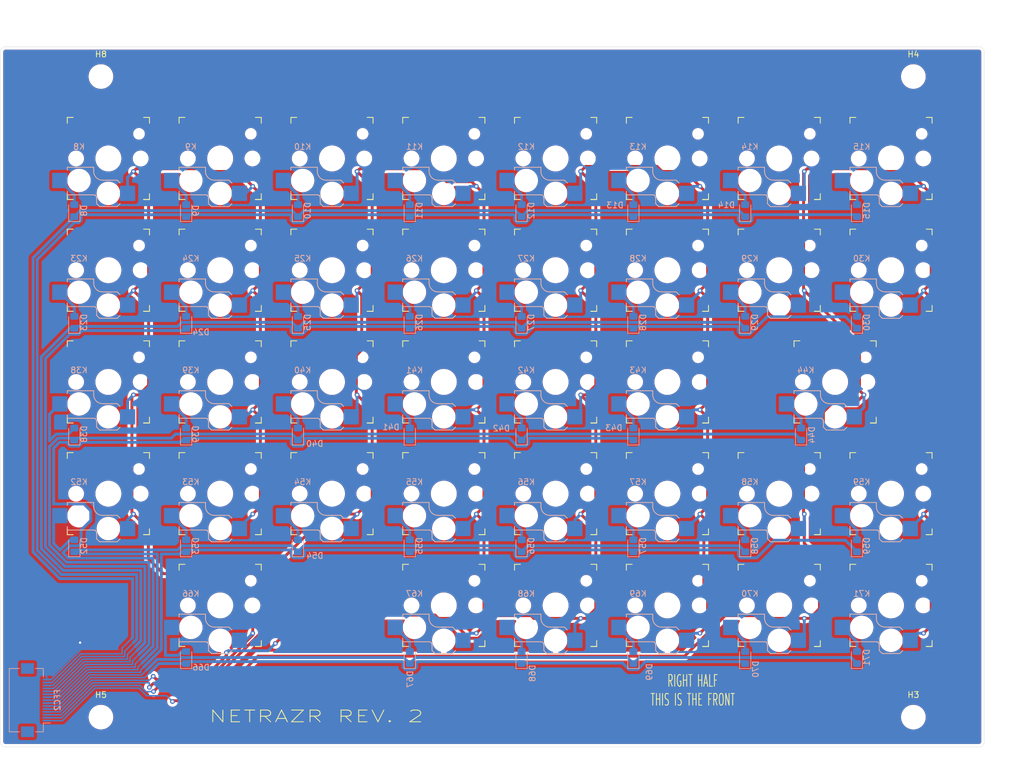
<source format=kicad_pcb>
(kicad_pcb (version 20211014) (generator pcbnew)
  (title_block (title "NetRazr Keyboard") (rev "2") (comment 1 "Split KB for use in NetRazr Cyberdeck."))
  (layers (0 "F.Cu" signal) (31 "B.Cu" signal) (34 "B.Paste" user) (35 "F.Paste" user) (36 "B.SilkS" user "B.Silkscreen") (37 "F.SilkS" user "F.Silkscreen") (38 "B.Mask" user) (39 "F.Mask" user) (44 "Edge.Cuts" user))
  (net 0 "")
  (net 1 "GND")
  (net 2 "/Row_7")
  (net 3 "/Row_8")
  (net 4 "/Row_0")
  (net 5 "/Row_1")
  (net 6 "/Row_2")
  (net 7 "/Row_3")
  (net 8 "/Row_4")
  (net 9 "/Row_5")
  (net 10 "/Row_6")
  (net 11 "/Col_4")
  (net 12 "/Col_5")
  (net 13 "/Col_6")
  (net 14 "/Col_7")
  (net 15 "/Row_9")
  (net 16 "Net-(D8-Pad2)")
  (net 17 "Net-(D9-Pad2)")
  (net 18 "Net-(D10-Pad2)")
  (net 19 "Net-(D11-Pad2)")
  (net 20 "Net-(D12-Pad2)")
  (net 21 "Net-(D13-Pad2)")
  (net 22 "Net-(D14-Pad2)")
  (net 23 "Net-(D15-Pad2)")
  (net 24 "Net-(D23-Pad2)")
  (net 25 "Net-(D24-Pad2)")
  (net 26 "Net-(D25-Pad2)")
  (net 27 "Net-(D26-Pad2)")
  (net 28 "Net-(D27-Pad2)")
  (net 29 "Net-(D28-Pad2)")
  (net 30 "Net-(D29-Pad2)")
  (net 31 "Net-(D30-Pad2)")
  (net 32 "Net-(D38-Pad2)")
  (net 33 "Net-(D39-Pad2)")
  (net 34 "Net-(D40-Pad2)")
  (net 35 "Net-(D41-Pad2)")
  (net 36 "Net-(D42-Pad2)")
  (net 37 "Net-(D43-Pad2)")
  (net 38 "Net-(D44-Pad2)")
  (net 39 "Net-(D52-Pad2)")
  (net 40 "Net-(D53-Pad2)")
  (net 41 "Net-(D54-Pad2)")
  (net 42 "Net-(D55-Pad2)")
  (net 43 "Net-(D56-Pad2)")
  (net 44 "Net-(D57-Pad2)")
  (net 45 "Net-(D58-Pad2)")
  (net 46 "Net-(D59-Pad2)")
  (net 47 "Net-(D66-Pad2)")
  (net 48 "Net-(D67-Pad2)")
  (net 49 "Net-(D68-Pad2)")
  (net 50 "Net-(D69-Pad2)")
  (net 51 "Net-(D70-Pad2)")
  (net 52 "Net-(D71-Pad2)")
  (footprint "Kailh_Choc:Kailh_socket_PG1350" (layer "F.Cu") (at 291.365 154.65)
    (fp_text reference "K67")
    (fp_text value "RALT")
  )
  (footprint "Kailh_Choc:Kailh_socket_PG1350" (layer "F.Cu") (at 234.215 135.6)
    (fp_text reference "K52")
    (fp_text value "N")
  )
  (footprint "Kailh_Choc:Kailh_socket_PG1350" (layer "F.Cu") (at 367.565 97.5)
    (fp_text reference "K30")
    (fp_text value "|,,,,,,,,,\\")
  )
  (footprint "Kailh_Choc:Kailh_socket_PG1350" (layer "F.Cu") (at 329.465 154.65)
    (fp_text reference "K69")
    (fp_text value "LEFT")
  )
  (footprint "Kailh_Choc:Kailh_socket_PG1350" (layer "F.Cu") (at 253.265 116.55)
    (fp_text reference "K39")
    (fp_text value "J")
  )
  (footprint "Kailh_Choc:Kailh_socket_PG1350" (layer "F.Cu") (at 310.415 78.45)
    (fp_text reference "K12")
    (fp_text value "),,f10,,,,,,,0")
  )
  (footprint "MountingHole:MountingHole_3.2mm_M3_DIN965" (layer "F.Cu") (at 371.375 64.48)
    (fp_text reference "H4")
    (fp_text value "MountingHole")
  )
  (footprint "Kailh_Choc:Kailh_socket_PG1350" (layer "F.Cu") (at 234.215 97.5)
    (fp_text reference "K23")
    (fp_text value "Y")
  )
  (footprint "Kailh_Choc:Kailh_socket_PG1350" (layer "F.Cu") (at 329.465 135.6)
    (fp_text reference "K57")
    (fp_text value "RSHIFT")
  )
  (footprint "Kailh_Choc:Kailh_socket_PG1350" (layer "F.Cu") (at 348.515 135.6)
    (fp_text reference "K58")
    (fp_text value "UP")
  )
  (footprint "Kailh_Choc:Kailh_socket_PG1350" (layer "F.Cu") (at 272.315 135.6)
    (fp_text reference "K54")
    (fp_text value "<,,,,,,,,,,")
  )
  (footprint "Kailh_Choc:Kailh_socket_PG1350" (layer "F.Cu") (at 310.415 97.5)
    (fp_text reference "K27")
    (fp_text value "P")
  )
  (footprint "Kailh_Choc:Kailh_socket_PG1350" (layer "F.Cu") (at 310.415 116.55)
    (fp_text reference "K42")
    (fp_text value ":,,,,,,,,,;")
  )
  (footprint "Kailh_Choc:Kailh_socket_PG1350" (layer "F.Cu") (at 291.365 97.5)
    (fp_text reference "K26")
    (fp_text value "O")
  )
  (footprint "Kailh_Choc:Kailh_socket_PG1350" (layer "F.Cu") (at 291.365 135.6)
    (fp_text reference "K55")
    (fp_text value ">,,,,,,,,,.")
  )
  (footprint "Kailh_Choc:Kailh_socket_PG1350" (layer "F.Cu") (at 253.265 97.5)
    (fp_text reference "K24")
    (fp_text value "U")
  )
  (footprint "Kailh_Choc:Kailh_socket_PG1350" (layer "F.Cu") (at 253.265 154.65)
    (fp_text reference "K66")
    (fp_text value "RSPACE")
  )
  (footprint "Kailh_Choc:Kailh_socket_PG1350" (layer "F.Cu") (at 348.515 78.45)
    (fp_text reference "K14")
    (fp_text value "+,,f12,,,,,,,=")
  )
  (footprint "MountingHole:MountingHole_3.2mm_M3_DIN965" (layer "F.Cu") (at 371.375 173.7)
    (fp_text reference "H3")
    (fp_text value "MountingHole")
  )
  (footprint "Kailh_Choc:Kailh_socket_PG1350" (layer "F.Cu") (at 329.465 97.5)
    (fp_text reference "K28")
    (fp_text value "{,,,,,,,,,[}")
  )
  (footprint "Kailh_Choc:Kailh_socket_PG1350" (layer "F.Cu") (at 329.465 116.55)
    (fp_text reference "K43")
    (fp_text value "\",,,,,,,,,'")
  )
  (footprint "Kailh_Choc:Kailh_socket_PG1350" (layer "F.Cu") (at 272.315 116.55)
    (fp_text reference "K40")
    (fp_text value "K")
  )
  (footprint "Kailh_Choc:Kailh_socket_PG1350" (layer "F.Cu") (at 234.215 116.55)
    (fp_text reference "K38")
    (fp_text value "H")
  )
  (footprint "Kailh_Choc:Kailh_socket_PG1350" (layer "F.Cu") (at 272.315 78.45)
    (fp_text reference "K10")
    (fp_text value "*,,f8,,,,,,,8")
  )
  (footprint "Kailh_Choc:Kailh_socket_PG1350" (layer "F.Cu") (at 272.315 97.5)
    (fp_text reference "K25")
    (fp_text value "I")
  )
  (footprint "Kailh_Choc:Kailh_socket_PG1350" (layer "F.Cu") (at 348.515 97.5)
    (fp_text reference "K29")
    (fp_text value "},,,,,,,,,]")
  )
  (footprint "Kailh_Choc:Kailh_socket_PG1350" (layer "F.Cu") (at 367.565 135.6)
    (fp_text reference "K59")
    (fp_text value "DEL")
  )
  (footprint "Kailh_Choc:Kailh_socket_PG1350" (layer "F.Cu") (at 291.365 116.55)
    (fp_text reference "K41")
    (fp_text value "L")
  )
  (footprint "Kailh_Choc:Kailh_socket_PG1350" (layer "F.Cu") (at 291.365 78.45)
    (fp_text reference "K11")
    (fp_text value "(,,f9,,,,,,,9")
  )
  (footprint "Kailh_Choc:Kailh_socket_PG1350" (layer "F.Cu") (at 367.565 154.65)
    (fp_text reference "K71")
    (fp_text value "RIGHT")
  )
  (footprint "Kailh_Choc:Kailh_socket_PG1350" (layer "F.Cu") (at 310.415 135.6)
    (fp_text reference "K56")
    (fp_text value "?,,,,,,,,,/")
  )
  (footprint "MountingHole:MountingHole_3.2mm_M3_DIN965" (layer "F.Cu") (at 232.945 64.48)
    (fp_text reference "H8")
    (fp_text value "MountingHole")
  )
  (footprint "Kailh_Choc:Kailh_socket_PG1350" (layer "F.Cu") (at 367.565 78.45)
    (fp_text reference "K15")
    (fp_text value "BKSP")
  )
  (footprint "Kailh_Choc:Kailh_socket_PG1350" (layer "F.Cu") (at 234.215 78.45)
    (fp_text reference "K8")
    (fp_text value "^,,f6,,,,,,,6")
  )
  (footprint "Kailh_Choc:Kailh_socket_PG1350" (layer "F.Cu") (at 253.265 135.6)
    (fp_text reference "K53")
    (fp_text value "M")
  )
  (footprint "Kailh_Choc:Kailh_socket_PG1350" (layer "F.Cu") (at 329.465 78.45)
    (fp_text reference "K13")
    (fp_text value "_,,f11,,,,,,,-")
  )
  (footprint "Kailh_Choc:Kailh_socket_PG1350" (layer "F.Cu") (at 358.04 116.55)
    (fp_text reference "K44")
    (fp_text value ",,ENTER")
  )
  (footprint "MountingHole:MountingHole_3.2mm_M3_DIN965" (layer "F.Cu") (at 232.945 173.7)
    (fp_text reference "H5")
    (fp_text value "MountingHole")
  )
  (footprint "Kailh_Choc:Kailh_socket_PG1350" (layer "F.Cu") (at 253.265 78.45)
    (fp_text reference "K9")
    (fp_text value "&,,f7,,,,,,,7")
  )
  (footprint "Kailh_Choc:Kailh_socket_PG1350" (layer "F.Cu") (at 310.415 154.65)
    (fp_text reference "K68")
    (fp_text value "RCTRL")
  )
  (footprint "Kailh_Choc:Kailh_socket_PG1350" (layer "F.Cu") (at 348.515 154.65)
    (fp_text reference "K70")
    (fp_text value "DOWN")
  )
  (footprint "Diode_SMD:D_0805_2012Metric_Pad1.15x1.40mm_HandSolder" (layer "B.Cu") (at 304.615 87.34 90)
    (fp_text reference "D12")
    (fp_text value "D")
  )
  (footprint "Diode_SMD:D_0805_2012Metric_Pad1.15x1.40mm_HandSolder" (layer "B.Cu") (at 266.515 87.34 90)
    (fp_text reference "D10")
    (fp_text value "D")
  )
  (footprint "Diode_SMD:D_0805_2012Metric_Pad1.15x1.40mm_HandSolder" (layer "B.Cu") (at 361.765 163.54 90)
    (fp_text reference "D71")
    (fp_text value "D")
  )
  (footprint "Diode_SMD:D_0805_2012Metric_Pad1.15x1.40mm_HandSolder" (layer "B.Cu") (at 247.465 163.54 90)
    (fp_text reference "D66")
    (fp_text value "D")
  )
  (footprint "Diode_SMD:D_0805_2012Metric_Pad1.15x1.40mm_HandSolder" (layer "B.Cu") (at 323.665 125.44 90)
    (fp_text reference "D43")
    (fp_text value "D")
  )
  (footprint "Diode_SMD:D_0805_2012Metric_Pad1.15x1.40mm_HandSolder" (layer "B.Cu") (at 228.415 87.34 90)
    (fp_text reference "D8")
    (fp_text value "D")
  )
  (footprint "Diode_SMD:D_0805_2012Metric_Pad1.15x1.40mm_HandSolder" (layer "B.Cu") (at 361.765 106.39 90)
    (fp_text reference "D30")
    (fp_text value "D")
  )
  (footprint "Diode_SMD:D_0805_2012Metric_Pad1.15x1.40mm_HandSolder" (layer "B.Cu") (at 285.565 125.44 90)
    (fp_text reference "D41")
    (fp_text value "D")
  )
  (footprint "Diode_SMD:D_0805_2012Metric_Pad1.15x1.40mm_HandSolder" (layer "B.Cu") (at 266.515 125.44 90)
    (fp_text reference "D40")
    (fp_text value "D")
  )
  (footprint "Diode_SMD:D_0805_2012Metric_Pad1.15x1.40mm_HandSolder" (layer "B.Cu") (at 361.765 87.34 90)
    (fp_text reference "D15")
    (fp_text value "D")
  )
  (footprint "Diode_SMD:D_0805_2012Metric_Pad1.15x1.40mm_HandSolder" (layer "B.Cu") (at 323.665 87.34 90)
    (fp_text reference "D13")
    (fp_text value "D")
  )
  (footprint "Diode_SMD:D_0805_2012Metric_Pad1.15x1.40mm_HandSolder" (layer "B.Cu") (at 228.415 106.39 90)
    (fp_text reference "D23")
    (fp_text value "D")
  )
  (footprint "Diode_SMD:D_0805_2012Metric_Pad1.15x1.40mm_HandSolder" (layer "B.Cu") (at 304.615 144.49 90)
    (fp_text reference "D56")
    (fp_text value "D")
  )
  (footprint "Diode_SMD:D_0805_2012Metric_Pad1.15x1.40mm_HandSolder" (layer "B.Cu") (at 266.515 144.49 90)
    (fp_text reference "D54")
    (fp_text value "D")
  )
  (footprint "Diode_SMD:D_0805_2012Metric_Pad1.15x1.40mm_HandSolder" (layer "B.Cu") (at 247.465 144.49 90)
    (fp_text reference "D53")
    (fp_text value "D")
  )
  (footprint "Diode_SMD:D_0805_2012Metric_Pad1.15x1.40mm_HandSolder" (layer "B.Cu") (at 228.415 144.49 90)
    (fp_text reference "D52")
    (fp_text value "D")
  )
  (footprint "Diode_SMD:D_0805_2012Metric_Pad1.15x1.40mm_HandSolder" (layer "B.Cu") (at 247.465 106.39 90)
    (fp_text reference "D24")
    (fp_text value "D")
  )
  (footprint "Diode_SMD:D_0805_2012Metric_Pad1.15x1.40mm_HandSolder" (layer "B.Cu") (at 323.665 163.54 90)
    (fp_text reference "D69")
    (fp_text value "D")
  )
  (footprint "Diode_SMD:D_0805_2012Metric_Pad1.15x1.40mm_HandSolder" (layer "B.Cu") (at 285.565 163.54 90)
    (fp_text reference "D67")
    (fp_text value "D")
  )
  (footprint "Diode_SMD:D_0805_2012Metric_Pad1.15x1.40mm_HandSolder" (layer "B.Cu") (at 342.715 144.49 90)
    (fp_text reference "D58")
    (fp_text value "D")
  )
  (footprint "Diode_SMD:D_0805_2012Metric_Pad1.15x1.40mm_HandSolder" (layer "B.Cu") (at 352.24 125.44 90)
    (fp_text reference "D44")
    (fp_text value "D")
  )
  (footprint "Diode_SMD:D_0805_2012Metric_Pad1.15x1.40mm_HandSolder" (layer "B.Cu") (at 323.665 144.49 90)
    (fp_text reference "D57")
    (fp_text value "D")
  )
  (footprint "Diode_SMD:D_0805_2012Metric_Pad1.15x1.40mm_HandSolder" (layer "B.Cu") (at 342.715 87.34 90)
    (fp_text reference "D14")
    (fp_text value "D")
  )
  (footprint "Diode_SMD:D_0805_2012Metric_Pad1.15x1.40mm_HandSolder" (layer "B.Cu") (at 304.615 125.44 90)
    (fp_text reference "D42")
    (fp_text value "D")
  )
  (footprint "Diode_SMD:D_0805_2012Metric_Pad1.15x1.40mm_HandSolder" (layer "B.Cu") (at 304.615 163.54 90)
    (fp_text reference "D68")
    (fp_text value "D")
  )
  (footprint "Diode_SMD:D_0805_2012Metric_Pad1.15x1.40mm_HandSolder" (layer "B.Cu") (at 266.515 106.39 90)
    (fp_text reference "D25")
    (fp_text value "D")
  )
  (footprint "Diode_SMD:D_0805_2012Metric_Pad1.15x1.40mm_HandSolder" (layer "B.Cu") (at 247.465 125.44 90)
    (fp_text reference "D39")
    (fp_text value "D")
  )
  (footprint "Diode_SMD:D_0805_2012Metric_Pad1.15x1.40mm_HandSolder" (layer "B.Cu") (at 285.565 144.49 90)
    (fp_text reference "D55")
    (fp_text value "D")
  )
  (footprint "Connector_FFC-FPC:Hirose_FH12-15S-0.5SH_1x15-1MP_P0.50mm_Horizontal" (layer "B.Cu") (at 221.83 170.8 90)
    (fp_text reference "FFC2")
    (fp_text value "Hirose_FH12-15S-0.5SH_1x15-1MP_P0.50mm_Horizontal")
  )
  (footprint "Diode_SMD:D_0805_2012Metric_Pad1.15x1.40mm_HandSolder" (layer "B.Cu") (at 342.715 106.39 90)
    (fp_text reference "D29")
    (fp_text value "D")
  )
  (footprint "Diode_SMD:D_0805_2012Metric_Pad1.15x1.40mm_HandSolder" (layer "B.Cu") (at 304.615 106.39 90)
    (fp_text reference "D27")
    (fp_text value "D")
  )
  (footprint "Diode_SMD:D_0805_2012Metric_Pad1.15x1.40mm_HandSolder" (layer "B.Cu") (at 323.665 106.39 90)
    (fp_text reference "D28")
    (fp_text value "D")
  )
  (footprint "Diode_SMD:D_0805_2012Metric_Pad1.15x1.40mm_HandSolder" (layer "B.Cu") (at 228.415 125.44 90)
    (fp_text reference "D38")
    (fp_text value "D")
  )
  (footprint "Diode_SMD:D_0805_2012Metric_Pad1.15x1.40mm_HandSolder" (layer "B.Cu") (at 285.565 87.34 90)
    (fp_text reference "D11")
    (fp_text value "D")
  )
  (footprint "Diode_SMD:D_0805_2012Metric_Pad1.15x1.40mm_HandSolder" (layer "B.Cu") (at 285.565 106.39 90)
    (fp_text reference "D26")
    (fp_text value "D")
  )
  (footprint "Diode_SMD:D_0805_2012Metric_Pad1.15x1.40mm_HandSolder" (layer "B.Cu") (at 247.465 87.34 90)
    (fp_text reference "D9")
    (fp_text value "D")
  )
  (footprint "Diode_SMD:D_0805_2012Metric_Pad1.15x1.40mm_HandSolder" (layer "B.Cu") (at 361.765 144.49 90)
    (fp_text reference "D59")
    (fp_text value "D")
  )
  (footprint "Diode_SMD:D_0805_2012Metric_Pad1.15x1.40mm_HandSolder" (layer "B.Cu") (at 342.715 163.54 90)
    (fp_text reference "D70")
    (fp_text value "D")
  )
  (gr_arc (start 382.551 59.4) (mid 383.179618 59.660382) (end 383.44 60.289) (layer "Edge.Cuts") (width 0.05))
  (gr_arc (start 383.44 177.891) (mid 383.179618 178.519618) (end 382.551 178.78) (layer "Edge.Cuts") (width 0.05))
  (gr_line (start 383.44 177.891) (end 383.44 60.289) (layer "Edge.Cuts") (width 0.05))
  (gr_line (start 215.8 60.289) (end 215.8 177.891) (layer "Edge.Cuts") (width 0.05))
  (gr_line (start 216.689 178.78) (end 382.551 178.78) (layer "Edge.Cuts") (width 0.05))
  (gr_line (start 382.551 59.4) (end 216.689 59.4) (layer "Edge.Cuts") (width 0.05))
  (gr_arc (start 215.8 60.289) (mid 216.060382 59.660382) (end 216.689 59.4) (layer "Edge.Cuts") (width 0.05))
  (gr_arc (start 216.689 178.78) (mid 216.060382 178.519618) (end 215.8 177.891) (layer "Edge.Cuts") (width 0.05))
  (gr_text "NETRAZR REV. 2" (at 269.648 173.573) (layer "F.SilkS") (effects (font (size 2 3))))
  (gr_text "RIGHT HALF\nTHIS IS THE FRONT" (at 333.783 169.128) (layer "F.SilkS") (effects (font (size 2 1))))
  (via (at 229.4 161) (size 0.8) (drill 0.4) (layers "F.Cu" "B.Cu") (net 1))
  (segment (start 224.467208 167.3) (end 229.180406 162.586802) (width 0.25) (layer "B.Cu") (net 1))
  (segment (start 223.68 167.3) (end 224.467208 167.3) (width 0.25) (layer "B.Cu") (net 1))
  (segment (start 229.180406 162.586802) (end 229.4 162.367208) (width 0.25) (layer "B.Cu") (net 1))
  (segment (start 229.4 162.367208) (end 229.4 161) (width 0.25) (layer "B.Cu") (net 1))
  (segment (start 285.565 126.465) (end 285.24 126.14) (width 0.5) (layer "B.Cu") (net 2))
  (segment (start 305.92995 126.14) (end 305.765 126.30495) (width 0.5) (layer "B.Cu") (net 2))
  (segment (start 227.265 126.84) (end 227.265 127.079949) (width 0.5) (layer "B.Cu") (net 2))
  (segment (start 267.254949 127.49) (end 265.775051 127.49) (width 0.5) (layer "B.Cu") (net 2))
  (segment (start 229.154949 127.49) (end 229.804949 126.84) (width 0.5) (layer "B.Cu") (net 2))
  (segment (start 246.44 126.84) (end 247.14 126.14) (width 0.5) (layer "B.Cu") (net 2))
  (segment (start 265.775051 127.49) (end 265.365 127.079949) (width 0.5) (layer "B.Cu") (net 2))
  (segment (start 305.354949 127.49) (end 303.875051 127.49) (width 0.5) (layer "B.Cu") (net 2))
  (segment (start 229.804949 126.84) (end 246.44 126.84) (width 0.5) (layer "B.Cu") (net 2))
  (segment (start 225.9049 126.84) (end 227.265 126.84) (width 0.5) (layer "B.Cu") (net 2))
  (segment (start 247.79 126.14) (end 247.465 126.465) (width 0.5) (layer "B.Cu") (net 2))
  (segment (start 285.24 126.14) (end 267.82995 126.14) (width 0.5) (layer "B.Cu") (net 2))
  (segment (start 303.875051 127.49) (end 302.525051 126.14) (width 0.5) (layer "B.Cu") (net 2))
  (segment (start 238.803554 164.621546) (end 239.6451 163.78) (width 0.25) (layer "B.Cu") (net 2))
  (segment (start 323.665 126.465) (end 323.34 126.14) (width 0.5) (layer "B.Cu") (net 2))
  (segment (start 224.89 137.349999) (end 224.89 127.8549) (width 0.5) (layer "B.Cu") (net 2))
  (segment (start 229.565 141.828429) (end 231.215001 140.178428) (width 0.5) (layer "B.Cu") (net 2))
  (segment (start 230.043428 137.349999) (end 224.89 137.349999) (width 0.5) (layer "B.Cu") (net 2))
  (segment (start 224.89 127.8549) (end 225.9049 126.84) (width 0.5) (layer "B.Cu") (net 2))
  (segment (start 323.34 126.14) (end 305.92995 126.14) (width 0.5) (layer "B.Cu") (net 2))
  (segment (start 227 168.6) (end 225.3 170.3) (width 0.25) (layer "B.Cu") (net 2))
  (segment (start 265.365 126.30495) (end 265.20005 126.14) (width 0.5) (layer "B.Cu") (net 2))
  (segment (start 229.154949 144.49) (end 229.565 144.079949) (width 0.5) (layer "B.Cu") (net 2))
  (segment (start 226.479976 145.685075) (end 227.675051 144.49) (width 0.5) (layer "B.Cu") (net 2))
  (segment (start 305.765 127.079949) (end 305.354949 127.49) (width 0.5) (layer "B.Cu") (net 2))
  (segment (start 267.665 126.30495) (end 267.665 127.079949) (width 0.5) (layer "B.Cu") (net 2))
  (segment (start 241.84 146.587) (end 227.3819 146.587) (width 0.5) (layer "B.Cu") (net 2))
  (segment (start 227.265 127.079949) (end 227.675051 127.49) (width 0.5) (layer "B.Cu") (net 2))
  (segment (start 305.765 126.30495) (end 305.765 127.079949) (width 0.5) (layer "B.Cu") (net 2))
  (segment (start 231.215001 140.178428) (end 231.215001 138.521572) (width 0.5) (layer "B.Cu") (net 2))
  (segment (start 302.525051 126.14) (end 285.89 126.14) (width 0.5) (layer "B.Cu") (net 2))
  (segment (start 231.215001 138.521572) (end 230.043428 137.349999) (width 0.5) (layer "B.Cu") (net 2))
  (segment (start 267.82995 126.14) (end 267.665 126.30495) (width 0.5) (layer "B.Cu") (net 2))
  (segment (start 227.675051 144.49) (end 229.154949 144.49) (width 0.5) (layer "B.Cu") (net 2))
  (segment (start 265.365 127.079949) (end 265.365 126.30495) (width 0.5) (layer "B.Cu") (net 2))
  (segment (start 230.430584 165.155) (end 238.803554 165.155) (width 0.25) (layer "B.Cu") (net 2))
  (segment (start 238.803554 165.155) (end 238.803554 164.621546) (width 0.25) (layer "B.Cu") (net 2))
  (segment (start 267.665 127.079949) (end 267.254949 127.49) (width 0.5) (layer "B.Cu") (net 2))
  (segment (start 227.675051 127.49) (end 229.154949 127.49) (width 0.5) (layer "B.Cu") (net 2))
  (segment (start 230.430584 165.155) (end 227 168.585584) (width 0.25) (layer "B.Cu") (net 2))
  (segment (start 227 168.585584) (end 227 168.6) (width 0.25) (layer "B.Cu") (net 2))
  (segment (start 265.20005 126.14) (end 247.79 126.14) (width 0.5) (layer "B.Cu") (net 2))
  (segment (start 285.89 126.14) (end 285.565 126.465) (width 0.5) (layer "B.Cu") (net 2))
  (segment (start 229.565 144.079949) (end 229.565 141.828429) (width 0.5) (layer "B.Cu") (net 2))
  (segment (start 241.84 161.5851) (end 241.84 146.587) (width 0.5) (layer "B.Cu") (net 2))
  (segment (start 225.3 170.3) (end 223.68 170.3) (width 0.25) (layer "B.Cu") (net 2))
  (segment (start 239.6451 163.78) (end 241.84 161.5851) (width 0.5) (layer "B.Cu") (net 2))
  (segment (start 227.3819 146.587) (end 226.479976 145.685075) (width 0.5) (layer "B.Cu") (net 2))
  (segment (start 323.34 145.19) (end 323.665 145.515) (width 0.5) (layer "B.Cu") (net 3))
  (segment (start 303.465 146.129949) (end 303.875051 146.54) (width 0.5) (layer "B.Cu") (net 3))
  (segment (start 323.99 145.19) (end 341.40005 145.19) (width 0.5) (layer "B.Cu") (net 3))
  (segment (start 243.24 145.89) (end 243.24 162.165) (width 0.5) (layer "B.Cu") (net 3))
  (segment (start 267.254949 146.54) (end 267.665 146.129949) (width 0.5) (layer "B.Cu") (net 3))
  (segment (start 247.465 145.515) (end 246.690001 145.515) (width 0.5) (layer "B.Cu") (net 3))
  (segment (start 265.365 145.35495) (end 265.365 146.129949) (width 0.5) (layer "B.Cu") (net 3))
  (segment (start 344.696573 146.54) (end 347.686572 143.550001) (width 0.5) (layer "B.Cu") (net 3))
  (segment (start 225.572792 171.3) (end 223.68 171.3) (width 0.25) (layer "B.Cu") (net 3))
  (segment (start 285.24 145.19) (end 285.565 145.515) (width 0.5) (layer "B.Cu") (net 3))
  (segment (start 267.665 145.35495) (end 267.82995 145.19) (width 0.5) (layer "B.Cu") (net 3))
  (segment (start 341.40005 145.19) (end 341.565 145.35495) (width 0.5) (layer "B.Cu") (net 3))
  (segment (start 239.703554 166.055) (end 239.703554 165.701446) (width 0.25) (layer "B.Cu") (net 3))
  (segment (start 341.975051 146.54) (end 344.696573 146.54) (width 0.5) (layer "B.Cu") (net 3))
  (segment (start 303.875051 146.54) (end 305.354949 146.54) (width 0.5) (layer "B.Cu") (net 3))
  (segment (start 246.315 145.89) (end 243.24 145.89) (width 0.5) (layer "B.Cu") (net 3))
  (segment (start 305.354949 146.54) (end 306.704949 145.19) (width 0.5) (layer "B.Cu") (net 3))
  (segment (start 265.365 146.129949) (end 265.775051 146.54) (width 0.5) (layer "B.Cu") (net 3))
  (segment (start 267.82995 145.19) (end 285.24 145.19) (width 0.5) (layer "B.Cu") (net 3))
  (segment (start 227.9 168.972792) (end 225.572792 171.3) (width 0.25) (layer "B.Cu") (net 3))
  (segment (start 347.686572 143.550001) (end 359.800001 143.550001) (width 0.5) (layer "B.Cu") (net 3))
  (segment (start 239.703554 165.701446) (end 240.225 165.18) (width 0.25) (layer "B.Cu") (net 3))
  (segment (start 265.20005 145.19) (end 265.365 145.35495) (width 0.5) (layer "B.Cu") (net 3))
  (segment (start 323.665 145.515) (end 323.99 145.19) (width 0.5) (layer "B.Cu") (net 3))
  (segment (start 230.803376 166.055) (end 239.703554 166.055) (width 0.25) (layer "B.Cu") (net 3))
  (segment (start 359.800001 143.550001) (end 361.765 145.515) (width 0.5) (layer "B.Cu") (net 3))
  (segment (start 341.565 146.129949) (end 341.975051 146.54) (width 0.5) (layer "B.Cu") (net 3))
  (segment (start 230.803376 166.055) (end 227.9 168.958376) (width 0.25) (layer "B.Cu") (net 3))
  (segment (start 306.704949 145.19) (end 323.34 145.19) (width 0.5) (layer "B.Cu") (net 3))
  (segment (start 285.89 145.19) (end 303.30005 145.19) (width 0.5) (layer "B.Cu") (net 3))
  (segment (start 303.465 145.35495) (end 303.465 146.129949) (width 0.5) (layer "B.Cu") (net 3))
  (segment (start 247.79 145.19) (end 265.20005 145.19) (width 0.5) (layer "B.Cu") (net 3))
  (segment (start 247.465 145.515) (end 247.79 145.19) (width 0.5) (layer "B.Cu") (net 3))
  (segment (start 341.565 145.35495) (end 341.565 146.129949) (width 0.5) (layer "B.Cu") (net 3))
  (segment (start 303.30005 145.19) (end 303.465 145.35495) (width 0.5) (layer "B.Cu") (net 3))
  (segment (start 267.665 146.129949) (end 267.665 145.35495) (width 0.5) (layer "B.Cu") (net 3))
  (segment (start 246.690001 145.515) (end 246.315 145.89) (width 0.5) (layer "B.Cu") (net 3))
  (segment (start 243.24 162.165) (end 240.225 165.18) (width 0.5) (layer "B.Cu") (net 3))
  (segment (start 227.9 168.958376) (end 227.9 168.972792) (width 0.25) (layer "B.Cu") (net 3))
  (segment (start 265.775051 146.54) (end 267.254949 146.54) (width 0.5) (layer "B.Cu") (net 3))
  (segment (start 285.565 145.515) (end 285.89 145.19) (width 0.5) (layer "B.Cu") (net 3))
  (segment (start 242.8199 164.565) (end 241.56995 165.81495) (width 0.5) (layer "B.Cu") (net 4))
  (segment (start 284.25005 164.24) (end 284.415 164.40495) (width 0.5) (layer "B.Cu") (net 4))
  (segment (start 286.715 164.40495) (end 286.87995 164.24) (width 0.5) (layer "B.Cu") (net 4))
  (segment (start 240.4299 166.955) (end 241.25245 166.13245) (width 0.25) (layer "B.Cu") (net 4))
  (segment (start 304.7 164.48) (end 321.815051 164.48) (width 0.5) (layer "B.Cu") (net 4))
  (segment (start 322.925051 165.59) (end 324.404949 165.59) (width 0.5) (layer "B.Cu") (net 4))
  (segment (start 247.465 164.565) (end 242.8199 164.565) (width 0.5) (layer "B.Cu") (net 4))
  (segment (start 342.39 164.24) (end 342.715 164.565) (width 0.5) (layer "B.Cu") (net 4))
  (segment (start 284.415 164.40495) (end 284.415 165.179949) (width 0.5) (layer "B.Cu") (net 4))
  (segment (start 321.815051 164.48) (end 322.925051 165.59) (width 0.5) (layer "B.Cu") (net 4))
  (segment (start 231.176168 166.955) (end 240.4299 166.955) (width 0.25) (layer "B.Cu") (net 4))
  (segment (start 304.615 164.565) (end 304.7 164.48) (width 0.5) (layer "B.Cu") (net 4))
  (segment (start 228.8 169.331168) (end 228.8 169.345584) (width 0.25) (layer "B.Cu") (net 4))
  (segment (start 304.29 164.24) (end 304.615 164.565) (width 0.5) (layer "B.Cu") (net 4))
  (segment (start 284.825051 165.59) (end 286.304949 165.59) (width 0.5) (layer "B.Cu") (net 4))
  (segment (start 286.715 165.179949) (end 286.715 164.40495) (width 0.5) (layer "B.Cu") (net 4))
  (segment (start 228.8 169.345584) (end 225.845584 172.3) (width 0.25) (layer "B.Cu") (net 4))
  (segment (start 324.404949 165.59) (end 325.754949 164.24) (width 0.5) (layer "B.Cu") (net 4))
  (segment (start 241.56995 165.81495) (end 241.25245 166.13245) (width 0.5) (layer "B.Cu") (net 4))
  (segment (start 325.754949 164.24) (end 342.39 164.24) (width 0.5) (layer "B.Cu") (net 4))
  (segment (start 247.79 164.24) (end 284.25005 164.24) (width 0.5) (layer "B.Cu") (net 4))
  (segment (start 231.176168 166.955) (end 228.8 169.331168) (width 0.25) (layer "B.Cu") (net 4))
  (segment (start 286.87995 164.24) (end 304.29 164.24) (width 0.5) (layer "B.Cu") (net 4))
  (segment (start 225.845584 172.3) (end 223.68 172.3) (width 0.25) (layer "B.Cu") (net 4))
  (segment (start 284.415 165.179949) (end 284.825051 165.59) (width 0.5) (layer "B.Cu") (net 4))
  (segment (start 286.304949 165.59) (end 286.715 165.179949) (width 0.5) (layer "B.Cu") (net 4))
  (segment (start 247.465 164.565) (end 247.79 164.24) (width 0.5) (layer "B.Cu") (net 4))
  (segment (start 246.025051 145.19) (end 246.725051 144.49) (width 0.5) (layer "B.Cu") (net 5))
  (segment (start 267.54 144.49) (end 303.59 144.49) (width 0.5) (layer "B.Cu") (net 5))
  (segment (start 265.49 144.49) (end 266.515 145.515) (width 0.5) (layer "B.Cu") (net 5))
  (segment (start 228.415 145.515) (end 229.119899 145.515) (width 0.5) (layer "B.Cu") (net 5))
  (segment (start 228.415 145.515) (end 228.74 145.19) (width 0.5) (layer "B.Cu") (net 5))
  (segment (start 305.64 144.49) (end 341.69 144.49) (width 0.5) (layer "B.Cu") (net 5))
  (segment (start 230.61698 165.605) (end 227.45 168.77198) (width 0.25) (layer "B.Cu") (net 5))
  (segment (start 341.69 144.49) (end 342.715 145.515) (width 0.5) (layer "B.Cu") (net 5))
  (segment (start 239.253554 165.605) (end 230.61698 165.605) (width 0.25) (layer "B.Cu") (net 5))
  (segment (start 242.54 145.887) (end 242.54 161.87505) (width 0.5) (layer "B.Cu") (net 5))
  (segment (start 303.59 144.49) (end 304.615 145.515) (width 0.5) (layer "B.Cu") (net 5))
  (segment (start 239.253554 165.161496) (end 239.253554 165.605) (width 0.25) (layer "B.Cu") (net 5))
  (segment (start 227.45 168.77198) (end 227.45 168.786396) (width 0.25) (layer "B.Cu") (net 5))
  (segment (start 304.615 145.515) (end 305.64 144.49) (width 0.5) (layer "B.Cu") (net 5))
  (segment (start 227.45 168.786396) (end 225.436396 170.8) (width 0.25) (layer "B.Cu") (net 5))
  (segment (start 239.93505 164.48) (end 239.253554 165.161496) (width 0.25) (layer "B.Cu") (net 5))
  (segment (start 229.491899 145.887) (end 242.54 145.887) (width 0.5) (layer "B.Cu") (net 5))
  (segment (start 225.436396 170.8) (end 223.68 170.8) (width 0.25) (layer "B.Cu") (net 5))
  (segment (start 266.515 145.515) (end 267.54 144.49) (width 0.5) (layer "B.Cu") (net 5))
  (segment (start 228.74 145.19) (end 246.025051 145.19) (width 0.5) (layer "B.Cu") (net 5))
  (segment (start 242.54 161.87505) (end 239.93505 164.48) (width 0.5) (layer "B.Cu") (net 5))
  (segment (start 246.725051 144.49) (end 265.49 144.49) (width 0.5) (layer "B.Cu") (net 5))
  (segment (start 229.119899 145.515) (end 229.491899 145.887) (width 0.5) (layer "B.Cu") (net 5))
  (segment (start 228.74 126.14) (end 244.945 126.14) (width 0.5) (layer "B.Cu") (net 6))
  (segment (start 227.09195 147.287) (end 241.14 147.287) (width 0.5) (layer "B.Cu") (net 6))
  (segment (start 241.14 161.29515) (end 239.412575 163.022575) (width 0.5) (layer "B.Cu") (net 6))
  (segment (start 225.61495 126.14) (end 224.19 127.56495) (width 0.5) (layer "B.Cu") (net 6))
  (segment (start 265.49 125.44) (end 266.515 126.465) (width 0.5) (layer "B.Cu") (net 6))
  (segment (start 238.353554 164.081596) (end 239.412575 163.022575) (width 0.25) (layer "B.Cu") (net 6))
  (segment (start 303.59 125.44) (end 304.615 126.465) (width 0.5) (layer "B.Cu") (net 6))
  (segment (start 228.415 126.465) (end 228.09 126.14) (width 0.5) (layer "B.Cu") (net 6))
  (segment (start 304.615 126.465) (end 305.64 125.44) (width 0.5) (layer "B.Cu") (net 6))
  (segment (start 238.353554 164.705) (end 238.353554 164.081596) (width 0.25) (layer "B.Cu") (net 6))
  (segment (start 241.14 147.287) (end 241.14 161.29515) (width 0.5) (layer "B.Cu") (net 6))
  (segment (start 230.244188 164.705) (end 225.149188 169.8) (width 0.25) (layer "B.Cu") (net 6))
  (segment (start 305.64 125.44) (end 351.215 125.44) (width 0.5) (layer "B.Cu") (net 6))
  (segment (start 266.515 126.465) (end 267.54 125.44) (width 0.5) (layer "B.Cu") (net 6))
  (segment (start 267.54 125.44) (end 303.59 125.44) (width 0.5) (layer "B.Cu") (net 6))
  (segment (start 351.215 125.44) (end 352.24 126.465) (width 0.5) (layer "B.Cu") (net 6))
  (segment (start 225.149188 169.8) (end 223.68 169.8) (width 0.25) (layer "B.Cu") (net 6))
  (segment (start 245.645 125.44) (end 265.49 125.44) (width 0.5) (layer "B.Cu") (net 6))
  (segment (start 224.19 127.56495) (end 224.19 144.38505) (width 0.5) (layer "B.Cu") (net 6))
  (segment (start 230.244188 164.705) (end 238.353554 164.705) (width 0.25) (layer "B.Cu") (net 6))
  (segment (start 228.09 126.14) (end 225.61495 126.14) (width 0.5) (layer "B.Cu") (net 6))
  (segment (start 228.415 126.465) (end 228.74 126.14) (width 0.5) (layer "B.Cu") (net 6))
  (segment (start 224.19 144.38505) (end 227.09195 147.287) (width 0.5) (layer "B.Cu") (net 6))
  (segment (start 244.945 126.14) (end 245.645 125.44) (width 0.5) (layer "B.Cu") (net 6))
  (segment (start 224.876396 168.8) (end 223.68 168.8) (width 0.25) (layer "B.Cu") (net 7))
  (segment (start 239.74 160.71525) (end 238.77525 161.68) (width 0.5) (layer "B.Cu") (net 7))
  (segment (start 341.69 106.39) (end 342.715 107.415) (width 0.5) (layer "B.Cu") (net 7))
  (segment (start 222.79 112.265001) (end 222.79 144.96495) (width 0.5) (layer "B.Cu") (net 7))
  (segment (start 237.453554 163.001696) (end 238.77525 161.68) (width 0.25) (layer "B.Cu") (net 7))
  (segment (start 228.74 107.09) (end 246.025051 107.09) (width 0.5) (layer "B.Cu") (net 7))
  (segment (start 228.415 107.415) (end 227.640001 107.415) (width 0.5) (layer "B.Cu") (net 7))
  (segment (start 229.871396 163.805) (end 224.876396 168.8) (width 0.25) (layer "B.Cu") (net 7))
  (segment (start 227.640001 107.415) (end 222.79 112.265001) (width 0.5) (layer "B.Cu") (net 7))
  (segment (start 239.74 148.687) (end 239.74 160.71525) (width 0.5) (layer "B.Cu") (net 7))
  (segment (start 237.453554 163.805) (end 237.453554 163.001696) (width 0.25) (layer "B.Cu") (net 7))
  (segment (start 226.512051 148.687) (end 239.74 148.687) (width 0.5) (layer "B.Cu") (net 7))
  (segment (start 246.725051 106.39) (end 265.49 106.39) (width 0.5) (layer "B.Cu") (net 7))
  (segment (start 265.49 106.39) (end 266.515 107.415) (width 0.5) (layer "B.Cu") (net 7))
  (segment (start 303.59 106.39) (end 304.615 107.415) (width 0.5) (layer "B.Cu") (net 7))
  (segment (start 246.025051 107.09) (end 246.725051 106.39) (width 0.5) (layer "B.Cu") (net 7))
  (segment (start 228.415 107.415) (end 228.74 107.09) (width 0.5) (layer "B.Cu") (net 7))
  (segment (start 305.64 106.39) (end 341.69 106.39) (width 0.5) (layer "B.Cu") (net 7))
  (segment (start 304.615 107.415) (end 305.64 106.39) (width 0.5) (layer "B.Cu") (net 7))
  (segment (start 222.79 144.96495) (end 226.512051 148.687) (width 0.5) (layer "B.Cu") (net 7))
  (segment (start 266.515 107.415) (end 267.54 106.39) (width 0.5) (layer "B.Cu") (net 7))
  (segment (start 267.54 106.39) (end 303.59 106.39) (width 0.5) (layer "B.Cu") (net 7))
  (segment (start 229.871396 163.805) (end 237.453554 163.805) (width 0.25) (layer "B.Cu") (net 7))
  (segment (start 238.34 150.087) (end 225.93215 150.087) (width 0.5) (layer "B.Cu") (net 8))
  (segment (start 341.69 87.34) (end 342.715 88.365) (width 0.5) (layer "B.Cu") (net 8))
  (segment (start 305.64 87.34) (end 341.69 87.34) (width 0.5) (layer "B.Cu") (net 8))
  (segment (start 229.498604 162.905) (end 224.603604 167.8) (width 0.25) (layer "B.Cu") (net 8))
  (segment (start 225.93215 150.087) (end 221.39 145.54485) (width 0.5) (layer "B.Cu") (net 8))
  (segment (start 266.515 88.365) (end 267.54 87.34) (width 0.5) (layer "B.Cu") (net 8))
  (segment (start 304.615 88.365) (end 305.64 87.34) (width 0.5) (layer "B.Cu") (net 8))
  (segment (start 303.59 87.34) (end 304.615 88.365) (width 0.5) (layer "B.Cu") (net 8))
  (segment (start 267.54 87.34) (end 303.59 87.34) (width 0.5) (layer "B.Cu") (net 8))
  (segment (start 221.39 145.54485) (end 221.39 95.39) (width 0.5) (layer "B.Cu") (net 8))
  (segment (start 229.498604 162.905) (end 236.553554 162.905) (width 0.25) (layer "B.Cu") (net 8))
  (segment (start 228.415 88.365) (end 229.44 87.34) (width 0.5) (layer "B.Cu") (net 8))
  (segment (start 236.553554 162.905) (end 236.553554 161.921796) (width 0.25) (layer "B.Cu") (net 8))
  (segment (start 238.34 160.13535) (end 238.34 150.087) (width 0.5) (layer "B.Cu") (net 8))
  (segment (start 229.44 87.34) (end 265.49 87.34) (width 0.5) (layer "B.Cu") (net 8))
  (segment (start 221.39 95.39) (end 228.415 88.365) (width 0.5) (layer "B.Cu") (net 8))
  (segment (start 224.603604 167.8) (end 223.68 167.8) (width 0.25) (layer "B.Cu") (net 8))
  (segment (start 238.19535 160.28) (end 238.34 160.13535) (width 0.5) (layer "B.Cu") (net 8))
  (segment (start 265.49 87.34) (end 266.515 88.365) (width 0.5) (layer "B.Cu") (net 8))
  (segment (start 236.553554 161.921796) (end 238.19535 160.28) (width 0.25) (layer "B.Cu") (net 8))
  (segment (start 229.565 88.979949) (end 229.565 88.20495) (width 0.5) (layer "B.Cu") (net 9))
  (segment (start 285.89 88.04) (end 303.30005 88.04) (width 0.5) (layer "B.Cu") (net 9))
  (segment (start 268.604949 88.04) (end 285.24 88.04) (width 0.5) (layer "B.Cu") (net 9))
  (segment (start 343.865 88.03) (end 361.43 88.03) (width 0.5) (layer "B.Cu") (net 9))
  (segment (start 237.003554 163.355) (end 237.003554 162.461746) (width 0.25) (layer "B.Cu") (net 9))
  (segment (start 229.685 163.355) (end 237.003554 163.355) (width 0.25) (layer "B.Cu") (net 9))
  (segment (start 265.775051 89.39) (end 267.254949 89.39) (width 0.5) (layer "B.Cu") (net 9))
  (segment (start 239.04 149.387) (end 226.222102 149.387) (width 0.5) (layer "B.Cu") (net 9))
  (segment (start 247.79 88.04) (end 265.20005 88.04) (width 0.5) (layer "B.Cu") (net 9))
  (segment (start 222.09 95.67995) (end 228.37995 89.39) (width 0.5) (layer "B.Cu") (net 9))
  (segment (start 303.875051 89.39) (end 305.354949 89.39) (width 0.5) (layer "B.Cu") (net 9))
  (segment (start 265.365 88.979949) (end 265.775051 89.39) (width 0.5) (layer "B.Cu") (net 9))
  (segment (start 247.38 88.28) (end 247.465 88.365) (width 0.5) (layer "B.Cu") (net 9))
  (segment (start 305.765 88.979949) (end 305.765 88.20495) (width 0.5) (layer "B.Cu") (net 9))
  (segment (start 323.34 88.04) (end 323.665 88.365) (width 0.5) (layer "B.Cu") (net 9))
  (segment (start 305.354949 89.39) (end 305.765 88.979949) (width 0.5) (layer "B.Cu") (net 9))
  (segment (start 343.865 88.979949) (end 343.865 88.03) (width 0.5) (layer "B.Cu") (net 9))
  (segment (start 341.565 88.20495) (end 341.565 88.979949) (width 0.5) (layer "B.Cu") (net 9))
  (segment (start 343.454949 89.39) (end 343.865 88.979949) (width 0.5) (layer "B.Cu") (net 9))
  (segment (start 247.465 88.365) (end 247.79 88.04) (width 0.5) (layer "B.Cu") (net 9))
  (segment (start 229.565 88.20495) (end 229.72995 88.04) (width 0.5) (layer "B.Cu") (net 9))
  (segment (start 341.975051 89.39) (end 343.454949 89.39) (width 0.5) (layer "B.Cu") (net 9))
  (segment (start 305.92995 88.04) (end 323.34 88.04) (width 0.5) (layer "B.Cu") (net 9))
  (segment (start 341.565 88.979949) (end 341.975051 89.39) (width 0.5) (layer "B.Cu") (net 9))
  (segment (start 323.665 88.365) (end 323.99 88.04) (width 0.5) (layer "B.Cu") (net 9))
  (segment (start 267.254949 89.39) (end 268.604949 88.04) (width 0.5) (layer "B.Cu") (net 9))
  (segment (start 228.37995 89.39) (end 229.154949 89.39) (width 0.5) (layer "B.Cu") (net 9))
  (segment (start 226.222102 149.387) (end 222.09 145.2549) (width 0.5) (layer "B.Cu") (net 9))
  (segment (start 285.24 88.04) (end 285.565 88.365) (width 0.5) (layer "B.Cu") (net 9))
  (segment (start 285.565 88.365) (end 285.89 88.04) (width 0.5) (layer "B.Cu") (net 9))
  (segment (start 222.09 145.2549) (end 222.09 95.67995) (width 0.5) (layer "B.Cu") (net 9))
  (segment (start 265.365 88.20495) (end 265.365 88.979949) (width 0.5) (layer "B.Cu") (net 9))
  (segment (start 305.765 88.20495) (end 305.92995 88.04) (width 0.5) (layer "B.Cu") (net 9))
  (segment (start 238.4853 160.98) (end 239.04 160.4253) (width 0.5) (layer "B.Cu") (net 9))
  (segment (start 229.154949 89.39) (end 229.565 88.979949) (width 0.5) (layer "B.Cu") (net 9))
  (segment (start 341.40005 88.04) (end 341.565 88.20495) (width 0.5) (layer "B.Cu") (net 9))
  (segment (start 239.04 160.4253) (end 239.04 149.387) (width 0.5) (layer "B.Cu") (net 9))
  (segment (start 361.43 88.03) (end 361.765 88.365) (width 0.5) (layer "B.Cu") (net 9))
  (segment (start 229.72995 88.04) (end 247.14 88.04) (width 0.5) (layer "B.Cu") (net 9))
  (segment (start 303.465 88.20495) (end 303.465 88.979949) (width 0.5) (layer "B.Cu") (net 9))
  (segment (start 303.465 88.979949) (end 303.875051 89.39) (width 0.5) (layer "B.Cu") (net 9))
  (segment (start 224.74 168.3) (end 223.68 168.3) (width 0.25) (layer "B.Cu") (net 9))
  (segment (start 229.685 163.355) (end 224.74 168.3) (width 0.25) (layer "B.Cu") (net 9))
  (segment (start 247.14 88.04) (end 247.465 88.365) (width 0.5) (layer "B.Cu") (net 9))
  (segment (start 265.20005 88.04) (end 265.365 88.20495) (width 0.5) (layer "B.Cu") (net 9))
  (segment (start 303.30005 88.04) (end 303.465 88.20495) (width 0.5) (layer "B.Cu") (net 9))
  (segment (start 237.003554 162.461746) (end 238.4853 160.98) (width 0.25) (layer "B.Cu") (net 9))
  (segment (start 323.99 88.04) (end 341.40005 88.04) (width 0.5) (layer "B.Cu") (net 9))
  (segment (start 247.09 107.79) (end 247.465 107.415) (width 0.5) (layer "B.Cu") (net 10))
  (segment (start 240.44 161.0052) (end 240.44 147.987) (width 0.5) (layer "B.Cu") (net 10))
  (segment (start 303.465 108.029949) (end 303.875051 108.44) (width 0.5) (layer "B.Cu") (net 10))
  (segment (start 240.44 147.987) (end 226.802001 147.987) (width 0.5) (layer "B.Cu") (net 10))
  (segment (start 265.365 108.029949) (end 265.775051 108.44) (width 0.5) (layer "B.Cu") (net 10))
  (segment (start 237.903554 163.541646) (end 237.903554 164.255) (width 0.25) (layer "B.Cu") (net 10))
  (segment (start 323.34 107.09) (end 323.665 107.415) (width 0.5) (layer "B.Cu") (net 10))
  (segment (start 227.675051 108.44) (end 229.154949 108.44) (width 0.5) (layer "B.Cu") (net 10))
  (segment (start 265.20005 107.09) (end 265.365 107.25495) (width 0.5) (layer "B.Cu") (net 10))
  (segment (start 225.012792 169.3) (end 223.68 169.3) (width 0.25) (layer "B.Cu") (net 10))
  (segment (start 223.49 144.675) (end 223.49 112.55495) (width 0.5) (layer "B.Cu") (net 10))
  (segment (start 359.800001 105.450001) (end 361.765 107.415) (width 0.5) (layer "B.Cu") (net 10))
  (segment (start 267.254949 108.44) (end 268.604949 107.09) (width 0.5) (layer "B.Cu") (net 10))
  (segment (start 229.804949 107.79) (end 247.09 107.79) (width 0.5) (layer "B.Cu") (net 10))
  (segment (start 265.365 107.25495) (end 265.365 108.029949) (width 0.5) (layer "B.Cu") (net 10))
  (segment (start 306.704949 107.09) (end 323.34 107.09) (width 0.5) (layer "B.Cu") (net 10))
  (segment (start 223.49 112.55495) (end 227.640001 108.404949) (width 0.5) (layer "B.Cu") (net 10))
  (segment (start 227.640001 108.404949) (end 227.675051 108.44) (width 0.5) (layer "B.Cu") (net 10))
  (segment (start 343.454949 108.44) (end 346.444948 105.450001) (width 0.5) (layer "B.Cu") (net 10))
  (segment (start 237.903554 164.255) (end 230.057792 164.255) (width 0.25) (layer "B.Cu") (net 10))
  (segment (start 265.775051 108.44) (end 267.254949 108.44) (width 0.5) (layer "B.Cu") (net 10))
  (segment (start 226.802001 147.987) (end 223.49 144.675) (width 0.5) (layer "B.Cu") (net 10))
  (segment (start 346.444948 105.450001) (end 359.800001 105.450001) (width 0.5) (layer "B.Cu") (net 10))
  (segment (start 229.154949 108.44) (end 229.804949 107.79) (width 0.5) (layer "B.Cu") (net 10))
  (segment (start 303.875051 108.44) (end 305.354949 108.44) (width 0.5) (layer "B.Cu") (net 10))
  (segment (start 303.465 107.25495) (end 303.465 108.029949) (width 0.5) (layer "B.Cu") (net 10))
  (segment (start 323.665 107.415) (end 323.99 107.09) (width 0.5) (layer "B.Cu") (net 10))
  (segment (start 247.79 107.09) (end 265.20005 107.09) (width 0.5) (layer "B.Cu") (net 10))
  (segment (start 239.0652 162.38) (end 240.44 161.0052) (width 0.5) (layer "B.Cu") (net 10))
  (segment (start 341.975051 108.44) (end 343.454949 108.44) (width 0.5) (layer "B.Cu") (net 10))
  (segment (start 247.465 107.415) (end 247.79 107.09) (width 0.5) (layer "B.Cu") (net 10))
  (segment (start 285.24 107.09) (end 285.565 107.415) (width 0.5) (layer "B.Cu") (net 10))
  (segment (start 268.604949 107.09) (end 285.24 107.09) (width 0.5) (layer "B.Cu") (net 10))
  (segment (start 303.30005 107.09) (end 303.465 107.25495) (width 0.5) (layer "B.Cu") (net 10))
  (segment (start 341.40005 107.09) (end 341.565 107.25495) (width 0.5) (layer "B.Cu") (net 10))
  (segment (start 341.565 108.029949) (end 341.975051 108.44) (width 0.5) (layer "B.Cu") (net 10))
  (segment (start 323.99 107.09) (end 341.40005 107.09) (width 0.5) (layer "B.Cu") (net 10))
  (segment (start 230.057792 164.255) (end 225.012792 169.3) (width 0.25) (layer "B.Cu") (net 10))
  (segment (start 285.89 107.09) (end 303.30005 107.09) (width 0.5) (layer "B.Cu") (net 10))
  (segment (start 285.565 107.415) (end 285.89 107.09) (width 0.5) (layer "B.Cu") (net 10))
  (segment (start 341.565 107.25495) (end 341.565 108.029949) (width 0.5) (layer "B.Cu") (net 10))
  (segment (start 239.0652 162.38) (end 237.903554 163.541646) (width 0.25) (layer "B.Cu") (net 10))
  (segment (start 305.354949 108.44) (end 306.704949 107.09) (width 0.5) (layer "B.Cu") (net 10))
  (segment (start 238.225 119.025) (end 238.49 118.76) (width 0.5) (layer "F.Cu") (net 11))
  (segment (start 241.065901 98.404099) (end 241.065901 83.235901) (width 0.5) (layer "F.Cu") (net 11))
  (segment (start 238.225 138.815) (end 238.225 119.025) (width 0.5) (layer "F.Cu") (net 11))
  (segment (start 243.57 149.24) (end 241.03 146.7) (width 0.5) (layer "F.Cu") (net 11))
  (segment (start 258.81 159.70505) (end 258.81 159.4) (width 0.5) (layer "F.Cu") (net 11))
  (segment (start 241.84 167.98) (end 241.2 168.62) (width 0.5) (layer "F.Cu") (net 11))
  (segment (start 241.03 141.62) (end 238.49 139.08) (width 0.5) (layer "F.Cu") (net 11))
  (segment (start 250.53505 167.98) (end 241.84 167.98) (width 0.5) (layer "F.Cu") (net 11))
  (segment (start 239.415463 118.76) (end 241.065901 117.109562) (width 0.5) (layer "F.Cu") (net 11))
  (segment (start 238.49 118.76) (end 239.415463 118.76) (width 0.5) (layer "F.Cu") (net 11))
  (segment (start 238.49 80.66) (end 238.950001 80.199999) (width 0.5) (layer "F.Cu") (net 11))
  (segment (start 258.81 157.063222) (end 256.27 154.523222) (width 0.5) (layer "F.Cu") (net 11))
  (segment (start 238.49 100.98) (end 241.065901 98.404099) (width 0.5) (layer "F.Cu") (net 11))
  (segment (start 258.81 121.3) (end 260.115901 122.605901) (width 0.5) (layer "F.Cu") (net 11))
  (segment (start 241.065901 83.235901) (end 238.49 80.66) (width 0.5) (layer "F.Cu") (net 11))
  (segment (start 258.81 100.98) (end 260.115901 102.285901) (width 0.5) (layer "F.Cu") (net 11))
  (segment (start 258.81 83.2) (end 260.115901 84.505901) (width 0.5) (layer "F.Cu") (net 11))
  (segment (start 258.81 159.4) (end 258.81 157.063222) (width 0.5) (layer "F.Cu") (net 11))
  (segment (start 260.115901 84.505901) (end 260.115901 99.674099) (width 0.5) (layer "F.Cu") (net 11))
  (segment (start 260.115901 122.605901) (end 260.115901 137.774099) (width 0.5) (layer "F.Cu") (net 11))
  (segment (start 260.115901 137.774099) (end 258.81 139.08) (width 0.5) (layer "F.Cu") (net 11))
  (segment (start 250.729999 80.199999) (end 251.194501 80.664501) (width 0.5) (layer "F.Cu") (net 11))
  (segment (start 250.53505 167.98) (end 258.81 159.70505) (width 0.5) (layer "F.Cu") (net 11))
  (segment (start 260.115901 119.994099) (end 258.81 121.3) (width 0.5) (layer "F.Cu") (net 11))
  (segment (start 241.065901 103.555901) (end 238.49 100.98) (width 0.5) (layer "F.Cu") (net 11))
  (segment (start 256.27 149.24) (end 243.57 149.24) (width 0.5) (layer "F.Cu") (net 11))
  (segment (start 241.065901 117.109562) (end 241.065901 103.555901) (width 0.5) (layer "F.Cu") (net 11))
  (segment (start 256.274501 80.664501) (end 258.81 83.2) (width 0.5) (layer "F.Cu") (net 11))
  (segment (start 256.27 154.523222) (end 256.27 149.24) (width 0.5) (layer "F.Cu") (net 11))
  (segment (start 260.115901 99.674099) (end 258.81 100.98) (width 0.5) (layer "F.Cu") (net 11))
  (segment (start 241.03 146.7) (end 241.03 141.62) (width 0.5) (layer "F.Cu") (net 11))
  (segment (start 238.49 139.08) (end 238.225 138.815) (width 0.5) (layer "F.Cu") (net 11))
  (segment (start 260.115901 102.285901) (end 260.115901 119.994099) (width 0.5) (layer "F.Cu") (net 11))
  (segment (start 251.194501 80.664501) (end 256.274501 80.664501) (width 0.5) (layer "F.Cu") (net 11))
  (segment (start 238.950001 80.199999) (end 250.729999 80.199999) (width 0.5) (layer "F.Cu") (net 11))
  (via (at 258.81 100.98) (size 0.8) (drill 0.4) (layers "F.Cu" "B.Cu") (net 11))
  (via (at 241.2 168.62) (size 0.8) (drill 0.4) (layers "F.Cu" "B.Cu") (net 11))
  (via (at 258.81 139.08) (size 0.8) (drill 0.4) (layers "F.Cu" "B.Cu") (net 11))
  (via (at 258.81 83.2) (size 0.8) (drill 0.4) (layers "F.Cu" "B.Cu") (net 11))
  (via (at 238.49 80.66) (size 0.8) (drill 0.4) (layers "F.Cu" "B.Cu") (net 11))
  (via (at 258.81 121.3) (size 0.8) (drill 0.4) (layers "F.Cu" "B.Cu") (net 11))
  (via (at 238.49 100.98) (size 0.8) (drill 0.4) (layers "F.Cu" "B.Cu") (net 11))
  (via (at 258.81 159.4) (size 0.8) (drill 0.4) (layers "F.Cu" "B.Cu") (net 11))
  (via (at 238.49 139.08) (size 0.8) (drill 0.4) (layers "F.Cu" "B.Cu") (net 11))
  (via (at 238.49 118.76) (size 0.8) (drill 0.4) (layers "F.Cu" "B.Cu") (net 11))
  (segment (start 257.61 160.6) (end 258.81 159.4) (width 0.5) (layer "B.Cu") (net 11))
  (segment (start 241.2 167.855) (end 241.2 168.62) (width 0.25) (layer "B.Cu") (net 11))
  (segment (start 256.54 141.55) (end 256.54 141.35) (width 0.5) (layer "B.Cu") (net 11))
  (segment (start 257.61 122.5) (end 258.81 121.3) (width 0.5) (layer "B.Cu") (net 11))
  (segment (start 237.49 119.76) (end 238.49 118.76) (width 0.5) (layer "B.Cu") (net 11))
  (segment (start 237.49 84.4) (end 237.49 81.66) (width 0.5) (layer "B.Cu") (net 11))
  (segment (start 237.49 122.5) (end 237.49 119.76) (width 0.5) (layer "B.Cu") (net 11))
  (segment (start 256.54 84.4) (end 257.61 84.4) (width 0.5) (layer "B.Cu") (net 11))
  (segment (start 256.54 103.25) (end 258.81 100.98) (width 0.5) (layer "B.Cu") (net 11))
  (segment (start 229.7 169.718376) (end 226.118376 173.3) (width 0.25) (layer "B.Cu") (net 11))
  (segment (start 237.49 101.98) (end 238.49 100.98) (width 0.5) (layer "B.Cu") (net 11))
  (segment (start 231.54896 167.855) (end 241.2 167.855) (width 0.25) (layer "B.Cu") (net 11))
  (segment (start 257.61 84.4) (end 258.81 83.2) (width 0.5) (layer "B.Cu") (net 11))
  (segment (start 237.49 81.66) (end 238.49 80.66) (width 0.5) (layer "B.Cu") (net 11))
  (segment (start 256.54 122.5) (end 257.61 122.5) (width 0.5) (layer "B.Cu") (net 11))
  (segment (start 256.54 103.45) (end 256.54 103.25) (width 0.5) (layer "B.Cu") (net 11))
  (segment (start 226.118376 173.3) (end 223.68 173.3) (width 0.25) (layer "B.Cu") (net 11))
  (segment (start 237.49 141.55) (end 237.49 140.08) (width 0.5) (layer "B.Cu") (net 11))
  (segment (start 256.54 141.35) (end 258.81 139.08) (width 0.5) (layer "B.Cu") (net 11))
  (segment (start 231.54896 167.855) (end 229.7 169.70396) (width 0.25) (layer "B.Cu") (net 11))
  (segment (start 229.7 169.70396) (end 229.7 169.718376) (width 0.25) (layer "B.Cu") (net 11))
  (segment (start 256.54 160.6) (end 257.61 160.6) (width 0.5) (layer "B.Cu") (net 11))
  (segment (start 237.49 103.45) (end 237.49 101.98) (width 0.5) (layer "B.Cu") (net 11))
  (segment (start 237.49 140.08) (end 238.49 139.08) (width 0.5) (layer "B.Cu") (net 11))
  (segment (start 277.375 111.102431) (end 277.375 101.765) (width 0.5) (layer "F.Cu") (net 12))
  (segment (start 298.215901 158.094099) (end 296.91 159.4) (width 0.5) (layer "F.Cu") (net 12))
  (segment (start 296.109999 82.399999) (end 296.91 83.2) (width 0.5) (layer "F.Cu") (net 12))
  (segment (start 298.215901 84.505901) (end 298.215901 99.674099) (width 0.5) (layer "F.Cu") (net 12))
  (segment (start 277.375 101.765) (end 276.59 100.98) (width 0.5) (layer "F.Cu") (net 12))
  (segment (start 298.215901 102.285901) (end 298.215901 119.994099) (width 0.5) (layer "F.Cu") (net 12))
  (segment (start 271.525 139.08) (end 276.59 139.08) (width 0.5) (layer "F.Cu") (net 12))
  (segment (start 276.59 118.76) (end 276.464099 118.634099) (width 0.5) (layer "F.Cu") (net 12))
  (segment (start 279.165901 121.335901) (end 276.59 118.76) (width 0.5) (layer "F.Cu") (net 12))
  (segment (start 291.83 82.399999) (end 296.109999 82.399999) (width 0.5) (layer "F.Cu") (net 12))
  (segment (start 242.55351 168.68) (end 250.825 168.68) (width 0.5) (layer "F.Cu") (net 12))
  (segment (start 262.155 154.083339) (end 261.139 153.067339) (width 0.5) (layer "F.Cu") (net 12))
  (segment (start 296.91 121.3) (end 298.215901 122.605901) (width 0.5) (layer "F.Cu") (net 12))
  (segment (start 296.91 139.08) (end 298.215901 140.385901) (width 0.5) (layer "F.Cu") (net 12))
  (segment (start 276.59 100.98) (end 279.13 98.44) (width 0.5) (layer "F.Cu") (net 12))
  (segment (start 261.139 149.466) (end 271.525 139.08) (width 0.5) (layer "F.Cu") (net 12))
  (segment (start 279.165901 136.504099) (end 279.165901 121.335901) (width 0.5) (layer "F.Cu") (net 12))
  (segment (start 276.59 80.66) (end 277.050001 80.199999) (width 0.5) (layer "F.Cu") (net 12))
  (segment (start 250.825 168.68) (end 262.155 157.35) (width 0.5) (layer "F.Cu") (net 12))
  (segment (start 298.215901 137.774099) (end 296.91 139.08) (width 0.5) (layer "F.Cu") (net 12))
  (segment (start 296.91 83.2) (end 298.215901 84.505901) (width 0.5) (layer "F.Cu") (net 12))
  (segment (start 276.464099 112.013332) (end 277.375 111.102431) (width 0.5) (layer "F.Cu") (net 12))
  (segment (start 279.165901 83.235901) (end 276.59 80.66) (width 0.5) (layer "F.Cu") (net 12))
  (segment (start 276.464099 118.634099) (end 276.464099 112.013332) (width 0.5) (layer "F.Cu") (net 12))
  (segment (start 279.13 98.44) (end 279.165901 98.404099) (width 0.5) (layer "F.Cu") (net 12))
  (segment (start 298.215901 140.385901) (end 298.215901 158.094099) (width 0.5) (layer "F.Cu") (net 12))
  (segment (start 277.050001 80.199999) (end 289.63 80.199999) (width 0.5) (layer "F.Cu") (net 12))
  (segment (start 296.91 100.98) (end 298.215901 102.285901) (width 0.5) (layer "F.Cu") (net 12))
  (segment (start 241.906755 169.326755) (end 242.55351 168.68) (width 0.5) (layer "F.Cu") (net 12))
  (segment (start 298.215901 99.674099) (end 296.91 100.98) (width 0.5) (layer "F.Cu") (net 12))
  (segment (start 289.63 80.199999) (end 291.83 82.399999) (width 0.5) (layer "F.Cu") (net 12))
  (segment (start 298.215901 122.605901) (end 298.215901 137.774099) (width 0.5) (layer "F.Cu") (net 12))
  (segment (start 276.59 139.08) (end 279.165901 136.504099) (width 0.5) (layer "F.Cu") (net 12))
  (segment (start 279.165901 98.404099) (end 279.165901 83.235901) (width 0.5) (layer "F.Cu") (net 12))
  (segment (start 262.155 157.35) (end 262.155 154.083339) (width 0.5) (layer "F.Cu") (net 12))
  (segment (start 261.139 153.067339) (end 261.139 149.466) (width 0.5) (layer "F.Cu") (net 12))
  (segment (start 298.215901 119.994099) (end 296.91 121.3) (width 0.5) (layer "F.Cu") (net 12))
  (via (at 276.59 118.76) (size 0.8) (drill 0.4) (layers "F.Cu" "B.Cu") (net 12))
  (via (at 276.59 139.08) (size 0.8) (drill 0.4) (layers "F.Cu" "B.Cu") (net 12))
  (via (at 276.59 80.66) (size 0.8) (drill 0.4) (layers "F.Cu" "B.Cu") (net 12))
  (via (at 276.59 100.98) (size 0.8) (drill 0.4) (layers "F.Cu" "B.Cu") (net 12))
  (via (at 296.91 100.98) (size 0.8) (drill 0.4) (layers "F.Cu" "B.Cu") (net 12))
  (via (at 296.91 139.08) (size 0.8) (drill 0.4) (layers "F.Cu" "B.Cu") (net 12))
  (via (at 241.906755 169.326755) (size 0.8) (drill 0.4) (layers "F.Cu" "B.Cu") (net 12))
  (via (at 296.91 121.3) (size 0.8) (drill 0.4) (layers "F.Cu" "B.Cu") (net 12))
  (via (at 296.91 159.4) (size 0.8) (drill 0.4) (layers "F.Cu" "B.Cu") (net 12))
  (via (at 296.91 83.2) (size 0.8) (drill 0.4) (layers "F.Cu" "B.Cu") (net 12))
  (segment (start 296.91 159.4) (end 295.84 159.4) (width 0.5) (layer "B.Cu") (net 12))
  (segment (start 231.735356 168.305) (end 239.615 168.305) (width 0.25) (layer "B.Cu") (net 12))
  (segment (start 239.615 168.305) (end 240.655 169.345) (width 0.25) (layer "B.Cu") (net 12))
  (segment (start 276.59 121.5) (end 275.59 122.5) (width 0.5) (layer "B.Cu") (net 12))
  (segment (start 240.655 169.345) (end 241.88851 169.345) (width 0.25) (layer "B.Cu") (net 12))
  (segment (start 296.91 121.3) (end 295.84 121.3) (width 0.5) (layer "B.Cu") (net 12))
  (segment (start 296.91 139.08) (end 296.91 139.28) (width 0.5) (layer "B.Cu") (net 12))
  (segment (start 275.59 141.55) (end 275.59 140.08) (width 0.5) (layer "B.Cu") (net 12))
  (segment (start 296.91 100.98) (end 296.91 101.18) (width 0.5) (layer "B.Cu") (net 12))
  (segment (start 275.59 140.08) (end 276.59 139.08) (width 0.5) (layer "B.Cu") (net 12))
  (segment (start 230.15 169.890356) (end 230.15 169.904772) (width 0.25) (layer "B.Cu") (net 12))
  (segment (start 295.84 159.4) (end 294.64 160.6) (width 0.5) (layer "B.Cu") (net 12))
  (segment (start 276.59 100.98) (end 276.59 102.45) (width 0.5) (layer "B.Cu") (net 12))
  (segment (start 230.15 169.904772) (end 226.254772 173.8) (width 0.25) (layer "B.Cu") (net 12))
  (segment (start 276.59 102.45) (end 275.59 103.45) (width 0.5) (layer "B.Cu") (net 12))
  (segment (start 296.91 139.28) (end 294.64 141.55) (width 0.5) (layer "B.Cu") (net 12))
  (segment (start 296.91 83.2) (end 295.84 83.2) (width 0.5) (layer "B.Cu") (net 12))
  (segment (start 295.84 83.2) (end 294.64 84.4) (width 0.5) (layer "B.Cu") (net 12))
  (segment (start 276.59 118.76) (end 276.59 121.5) (width 0.5) (layer "B.Cu") (net 12))
  (segment (start 226.254772 173.8) (end 223.68 173.8) (width 0.25) (layer "B.Cu") (net 12))
  (segment (start 295.84 121.3) (end 294.64 122.5) (width 0.5) (layer "B.Cu") (net 12))
  (segment (start 241.88851 169.345) (end 241.906755 169.326755) (width 0.25) (layer "B.Cu") (net 12))
  (segment (start 296.91 101.18) (end 294.64 103.45) (width 0.5) (layer "B.Cu") (net 12))
  (segment (start 231.735356 168.305) (end 230.15 169.890356) (width 0.25) (layer "B.Cu") (net 12))
  (segment (start 276.59 83.4) (end 275.59 84.4) (width 0.5) (layer "B.Cu") (net 12))
  (segment (start 276.59 80.66) (end 276.59 83.4) (width 0.5) (layer "B.Cu") (net 12))
  (segment (start 289.884222 156.301) (end 290.447723 156.864501) (width 0.5) (layer "F.Cu") (net 13))
  (segment (start 317.265901 83.235901) (end 314.69 80.66) (width 0.5) (layer "F.Cu") (net 13))
  (segment (start 250.2451 167.28) (end 242.4 167.28) (width 0.5) (layer "F.Cu") (net 13))
  (segment (start 336.315901 122.605901) (end 336.315901 137.774099) (width 0.5) (layer "F.Cu") (net 13))
  (segment (start 254.325 163.2001) (end 254.325 162.6905) (width 0.5) (layer "F.Cu") (net 13))
  (segment (start 250.2451 167.28) (end 254.325 163.2001) (width 0.5) (layer "F.Cu") (net 13))
  (segment (start 335.01 83.2) (end 336.315901 84.505901) (width 0.5) (layer "F.Cu") (net 13))
  (segment (start 314.69 156.86) (end 315.615463 156.86) (width 0.5) (layer "F.Cu") (net 13))
  (segment (start 335.01 139.08) (end 335.680301 139.750301) (width 0.5) (layer "F.Cu") (net 13))
  (segment (start 317.265901 103.555901) (end 314.69 100.98) (width 0.5) (layer "F.Cu") (net 13))
  (segment (start 314.69 80.66) (end 315.549099 79.800901) (width 0.5) (layer "F.Cu") (net 13))
  (segment (start 336.315901 84.505901) (end 336.315901 99.674099) (width 0.5) (layer "F.Cu") (net 13))
  (segment (start 297.262082 160.25) (end 298.915901 158.596181) (width 0.5) (layer "F.Cu") (net 13))
  (segment (start 295.667776 160.25) (end 297.262082 160.25) (width 0.5) (layer "F.Cu") (net 13))
  (segment (start 314.69 118.76) (end 315.615463 118.76) (width 0.5) (layer "F.Cu") (net 13))
  (segment (start 306.243428 156.399999) (end 306.70793 156.864501) (width 0.5) (layer "F.Cu") (net 13))
  (segment (start 327.684123 79.800901) (end 328.547723 80.664501) (width 0.5) (layer "F.Cu") (net 13))
  (segment (start 315.615463 156.86) (end 317.265901 155.209562) (width 0.5) (layer "F.Cu") (net 13))
  (segment (start 292.282277 156.864501) (end 295.667776 160.25) (width 0.5) (layer "F.Cu") (net 13))
  (segment (start 335.01 100.98) (end 336.315901 102.285901) (width 0.5) (layer "F.Cu") (net 13))
  (segment (start 317.265901 121.335901) (end 314.69 118.76) (width 0.5) (layer "F.Cu") (net 13))
  (segment (start 328.547723 80.664501) (end 332.474501 80.664501) (width 0.5) (layer "F.Cu") (net 13))
  (segment (start 298.915901 158.596181) (end 298.915901 156.399999) (width 0.5) (layer "F.Cu") (net 13))
  (segment (start 317.265901 155.209562) (end 317.265901 141.655901) (width 0.5) (layer "F.Cu") (net 13))
  (segment (start 335.680301 139.750301) (end 335.680301 152.628798) (width 0.5) (layer "F.Cu") (net 13))
  (segment (start 315.549099 79.800901) (end 327.684123 79.800901) (width 0.5) (layer "F.Cu") (net 13))
  (segment (start 306.70793 156.864501) (end 314.685499 156.864501) (width 0.5) (layer "F.Cu") (net 13))
  (segment (start 317.265901 98.404099) (end 317.265901 83.235901) (width 0.5) (layer "F.Cu") (net 13))
  (segment (start 336.315901 102.285901) (end 336.315901 119.994099) (width 0.5) (layer "F.Cu") (net 13))
  (segment (start 315.615463 118.76) (end 317.265901 117.109562) (width 0.5) (layer "F.Cu") (net 13))
  (segment (start 290.447723 156.864501) (end 292.282277 156.864501) (width 0.5) (layer "F.Cu") (net 13))
  (segment (start 314.685499 156.864501) (end 314.69 156.86) (width 0.5) (layer "F.Cu") (net 13))
  (segment (start 317.265901 141.655901) (end 314.69 139.08) (width 0.5) (layer "F.Cu") (net 13))
  (segment (start 317.23 98.44) (end 317.265901 98.404099) (width 0.5) (layer "F.Cu") (net 13))
  (segment (start 336.315901 153.264398) (end 336.315901 158.094099) (width 0.5) (layer "F.Cu") (net 13))
  (segment (start 317.265901 136.504099) (end 317.265901 121.335901) (width 0.5) (layer "F.Cu") (net 13))
  (segment (start 314.69 100.98) (end 317.23 98.44) (width 0.5) (layer "F.Cu") (net 13))
  (segment (start 314.69 139.08) (end 317.265901 136.504099) (width 0.5) (layer "F.Cu") (net 13))
  (segment (start 317.265901 117.109562) (end 317.265901 103.555901) (width 0.5) (layer "F.Cu") (net 13))
  (segment (start 336.315901 137.774099) (end 335.01 139.08) (width 0.5) (layer "F.Cu") (net 13))
  (segment (start 335.680301 152.628798) (end 336.315901 153.264398) (width 0.5) (layer "F.Cu") (net 13))
  (segment (start 332.474501 80.664501) (end 335.01 83.2) (width 0.5) (layer "F.Cu") (net 13))
  (segment (start 336.315901 119.994099) (end 335.01 121.3) (width 0.5) (layer "F.Cu") (net 13))
  (segment (start 336.315901 99.674099) (end 335.01 100.98) (width 0.5) (layer "F.Cu") (net 13))
  (segment (start 262.6705 161.1345) (end 267.504 156.301) (width 0.5) (layer "F.Cu") (net 13))
  (segment (start 242.4 167.28) (end 241.853138 166.733138) (width 0.5) (layer "F.Cu") (net 13))
  (segment (start 267.504 156.301) (end 289.884222 156.301) (width 0.5) (layer "F.Cu") (net 13))
  (segment (start 298.915901 156.399999) (end 306.243428 156.399999) (width 0.5) (layer "F.Cu") (net 13))
  (segment (start 336.315901 158.094099) (end 335.01 159.4) (width 0.5) (layer "F.Cu") (net 13))
  (segment (start 335.01 121.3) (end 336.315901 122.605901) (width 0.5) (layer "F.Cu") (net 13))
  (via (at 314.69 100.98) (size 0.8) (drill 0.4) (layers "F.Cu" "B.Cu") (net 13))
  (via (at 241.853138 166.733138) (size 0.8) (drill 0.4) (layers "F.Cu" "B.Cu") (net 13))
  (via (at 314.69 118.76) (size 0.8) (drill 0.4) (layers "F.Cu" "B.Cu") (net 13))
  (via (at 254.325 162.6905) (size 0.8) (drill 0.4) (layers "F.Cu" "B.Cu") (net 13))
  (via (at 262.6705 161.1345) (size 0.8) (drill 0.4) (layers "F.Cu" "B.Cu") (net 13))
  (via (at 314.69 139.08) (size 0.8) (drill 0.4) (layers "F.Cu" "B.Cu") (net 13))
  (via (at 335.01 139.08) (size 0.8) (drill 0.4) (layers "F.Cu" "B.Cu") (net 13))
  (via (at 335.01 100.98) (size 0.8) (drill 0.4) (layers "F.Cu" "B.Cu") (net 13))
  (via (at 314.69 80.66) (size 0.8) (drill 0.4) (layers "F.Cu" "B.Cu") (net 13))
  (via (at 335.01 121.3) (size 0.8) (drill 0.4) (layers "F.Cu" "B.Cu") (net 13))
  (via (at 314.69 156.86) (size 0.8) (drill 0.4) (layers "F.Cu" "B.Cu") (net 13))
  (via (at 335.01 83.2) (size 0.8) (drill 0.4) (layers "F.Cu" "B.Cu") (net 13))
  (via (at 335.01 159.4) (size 0.8) (drill 0.4) (layers "F.Cu" "B.Cu") (net 13))
  (segment (start 314.69 121.5) (end 313.69 122.5) (width 0.5) (layer "B.Cu") (net 13))
  (segment (start 229.25 169.517564) (end 229.25 169.53198) (width 0.25) (layer "B.Cu") (net 13))
  (segment (start 333.94 159.4) (end 332.74 160.6) (width 0.5) (layer "B.Cu") (net 13))
  (segment (start 241.181276 167.405) (end 241.853138 166.733138) (width 0.25) (layer "B.Cu") (net 13))
  (segment (start 229.25 169.53198) (end 225.98198 172.8) (width 0.25) (layer "B.Cu") (net 13))
  (segment (start 314.69 100.98) (end 314.69 102.45) (width 0.5) (layer "B.Cu") (net 13))
  (segment (start 254.6355 162.38) (end 254.325 162.6905) (width 0.5) (layer "B.Cu") (net 13))
  (segment (start 314.69 80.66) (end 314.69 83.4) (width 0.5) (layer "B.Cu") (net 13))
  (segment (start 313.69 141.55) (end 313.69 140.08) (width 0.5) (layer "B.Cu") (net 13))
  (segment (start 231.362564 167.405) (end 241.181276 167.405) (width 0.25) (layer "B.Cu") (net 13))
  (segment (start 225.98198 172.8) (end 223.68 172.8) (width 0.25) (layer "B.Cu") (net 13))
  (segment (start 335.01 139.08) (end 335.01 139.28) (width 0.5) (layer "B.Cu") (net 13))
  (segment (start 335.01 83.2) (end 333.94 83.2) (width 0.5) (layer "B.Cu") (net 13))
  (segment (start 335.01 159.4) (end 333.94 159.4) (width 0.5) (layer "B.Cu") (net 13))
  (segment (start 335.01 121.3) (end 333.94 121.3) (width 0.5) (layer "B.Cu") (net 13))
  (segment (start 314.69 83.4) (end 313.69 84.4) (width 0.5) (layer "B.Cu") (net 13))
  (segment (start 313.69 140.08) (end 314.69 139.08) (width 0.5) (layer "B.Cu") (net 13))
  (segment (start 262.6705 161.1345) (end 261.425 162.38) (width 0.5) (layer "B.Cu") (net 13))
  (segment (start 261.425 162.38) (end 254.6355 162.38) (width 0.5) (layer "B.Cu") (net 13))
  (segment (start 314.69 118.76) (end 314.69 121.5) (width 0.5) (layer "B.Cu") (net 13))
  (segment (start 314.69 102.45) (end 313.69 103.45) (width 0.5) (layer "B.Cu") (net 13))
  (segment (start 335.01 139.28) (end 332.74 141.55) (width 0.5) (layer "B.Cu") (net 13))
  (segment (start 231.362564 167.405) (end 229.25 169.517564) (width 0.25) (layer "B.Cu") (net 13))
  (segment (start 333.94 83.2) (end 332.74 84.4) (width 0.5) (layer "B.Cu") (net 13))
  (segment (start 335.01 101.18) (end 332.74 103.45) (width 0.5) (layer "B.Cu") (net 13))
  (segment (start 313.69 157.86) (end 314.69 156.86) (width 0.5) (layer "B.Cu") (net 13))
  (segment (start 333.94 121.3) (end 332.74 122.5) (width 0.5) (layer "B.Cu") (net 13))
  (segment (start 313.69 160.6) (end 313.69 157.86) (width 0.5) (layer "B.Cu") (net 13))
  (segment (start 335.01 100.98) (end 335.01 101.18) (width 0.5) (layer "B.Cu") (net 13))
  (segment (start 352.664099 80.785901) (end 352.79 80.66) (width 0.5) (layer "F.Cu") (net 14))
  (segment (start 344.494999 156.399999) (end 344.959501 156.864501) (width 0.5) (layer "F.Cu") (net 14))
  (segment (start 365.029999 80.199999) (end 365.494501 80.664501) (width 0.5) (layer "F.Cu") (net 14))
  (segment (start 374.415901 99.674099) (end 373.11 100.98) (width 0.5) (layer "F.Cu") (net 14))
  (segment (start 259.727999 163.300001) (end 332.404999 163.300001) (width 0.5) (layer "F.Cu") (net 14))
  (segment (start 352.79 80.66) (end 353.250001 80.199999) (width 0.5) (layer "F.Cu") (net 14))
  (segment (start 373.11 100.98) (end 374.677 102.547) (width 0.5) (layer "F.Cu") (net 14))
  (segment (start 355.365901 155.209562) (end 355.365901 146.641901) (width 0.5) (layer "F.Cu") (net 14))
  (segment (start 352.79 100.98) (end 352.664099 100.854099) (width 0.5) (layer "F.Cu") (net 14))
  (segment (start 252.122 170.906) (end 259.727999 163.300001) (width 0.5) (layer "F.Cu") (net 14))
  (segment (start 355.365901 146.641901) (end 352.79 144.066) (width 0.5) (layer "F.Cu") (net 14))
  (segment (start 374.415901 158.094099) (end 373.11 159.4) (width 0.5) (layer "F.Cu") (net 14))
  (segment (start 362.189099 117.999099) (end 362.189099 110.379099) (width 0.5) (layer "F.Cu") (net 14))
  (segment (start 353.715463 156.86) (end 355.365901 155.209562) (width 0.5) (layer "F.Cu") (net 14))
  (segment (start 352.664099 129.045901) (end 356.039999 125.670001) (width 0.5) (layer "F.Cu") (net 14))
  (segment (start 352.664099 100.854099) (end 352.664099 80.785901) (width 0.5) (layer "F.Cu") (net 14))
  (segment (start 357.605571 120.106) (end 361.604 120.106) (width 0.5) (layer "F.Cu") (net 14))
  (segment (start 245.264 170.906) (end 252.122 170.906) (width 0.5) (layer "F.Cu") (net 14))
  (segment (start 356.039999 125.670001) (end 356.039999 121.671572) (width 0.5) (layer "F.Cu") (net 14))
  (segment (start 365.494501 80.664501) (end 370.574501 80.664501) (width 0.5) (layer "F.Cu") (net 14))
  (segment (start 352.785499 156.864501) (end 352.79 156.86) (width 0.5) (layer "F.Cu") (net 14))
  (segment (start 339.305001 156.399999) (end 344.494999 156.399999) (width 0.5) (layer "F.Cu") (net 14))
  (segment (start 373.11 139.08) (end 374.415901 140.385901) (width 0.5) (layer "F.Cu") (net 14))
  (segment (start 352.79 156.86) (end 353.715463 156.86) (width 0.5) (layer "F.Cu") (net 14))
  (segment (start 373.11 83.2) (end 374.415901 84.505901) (width 0.5) (layer "F.Cu") (net 14))
  (segment (start 352.79 144.066) (end 352.79 139.08) (width 0.5) (layer "F.Cu") (net 14))
  (segment (start 332.404999 163.300001) (end 339.305001 156.399999) (width 0.5) (layer "F.Cu") (net 14))
  (segment (start 374.415901 84.505901) (end 374.415901 99.674099) (width 0.5) (layer "F.Cu") (net 14))
  (segment (start 356.039999 121.671572) (end 357.605571 120.106) (width 0.5) (layer "F.Cu") (net 14))
  (segment (start 370.574501 80.664501) (end 373.11 83.2) (width 0.5) (layer "F.Cu") (net 14))
  (segment (start 352.664099 138.954099) (end 352.664099 129.045901) (width 0.5) (layer "F.Cu") (net 14))
  (segment (start 362.95 118.76) (end 362.189099 117.999099) (width 0.5) (layer "F.Cu") (net 14))
  (segment (start 374.677 102.547) (end 374.677 137.513) (width 0.5) (layer "F.Cu") (net 14))
  (segment (start 362.189099 110.379099) (end 352.79 100.98) (width 0.5) (layer "F.Cu") (net 14))
  (segment (start 374.415901 140.385901) (end 374.415901 158.094099) (width 0.5) (layer "F.Cu") (net 14))
  (segment (start 353.250001 80.199999) (end 365.029999 80.199999) (width 0.5) (layer "F.Cu") (net 14))
  (segment (start 344.959501 156.864501) (end 352.785499 156.864501) (width 0.5) (layer "F.Cu") (net 14))
  (segment (start 374.677 137.513) (end 373.11 139.08) (width 0.5) (layer "F.Cu") (net 14))
  (segment (start 245.137 171.033) (end 245.264 170.906) (width 0.5) (layer "F.Cu") (net 14))
  (segment (start 361.604 120.106) (end 362.95 118.76) (width 0.5) (layer "F.Cu") (net 14))
  (segment (start 352.79 139.08) (end 352.664099 138.954099) (width 0.5) (layer "F.Cu") (net 14))
  (via (at 352.79 156.86) (size 0.8) (drill 0.4) (layers "F.Cu" "B.Cu") (net 14))
  (via (at 352.79 80.66) (size 0.8) (drill 0.4) (layers "F.Cu" "B.Cu") (net 14))
  (via (at 245.137 171.033) (size 0.8) (drill 0.4) (layers "F.Cu" "B.Cu") (net 14))
  (via (at 373.11 100.98) (size 0.8) (drill 0.4) (layers "F.Cu" "B.Cu") (net 14))
  (via (at 352.79 139.08) (size 0.8) (drill 0.4) (layers "F.Cu" "B.Cu") (net 14))
  (via (at 362.95 118.76) (size 0.8) (drill 0.4) (layers "F.Cu" "B.Cu") (net 14))
  (via (at 352.79 100.98) (size 0.8) (drill 0.4) (layers "F.Cu" "B.Cu") (net 14))
  (via (at 373.11 159.4) (size 0.8) (drill 0.4) (layers "F.Cu" "B.Cu") (net 14))
  (via (at 373.11 139.08) (size 0.8) (drill 0.4) (layers "F.Cu" "B.Cu") (net 14))
  (via (at 373.11 83.2) (size 0.8) (drill 0.4) (layers "F.Cu" "B.Cu") (net 14))
  (segment (start 352.79 80.66) (end 352.79 83.4) (width 0.5) (layer "B.Cu") (net 14))
  (segment (start 373.11 139.28) (end 370.84 141.55) (width 0.5) (layer "B.Cu") (net 14))
  (segment (start 352.79 140.55) (end 351.79 141.55) (width 0.5) (layer "B.Cu") (net 14))
  (segment (start 373.11 101.18) (end 370.84 103.45) (width 0.5) (layer "B.Cu") (net 14))
  (segment (start 352.79 83.4) (end 351.79 84.4) (width 0.5) (layer "B.Cu") (net 14))
  (segment (start 352.79 100.98) (end 352.79 102.45) (width 0.5) (layer "B.Cu") (net 14))
  (segment (start 240.725359 170.051755) (end 239.428604 168.755) (width 0.25) (layer "B.Cu") (net 14))
  (segment (start 372.04 83.2) (end 370.84 84.4) (width 0.5) (layer "B.Cu") (net 14))
  (segment (start 239.428604 168.755) (end 231.921752 168.755) (width 0.25) (layer "B.Cu") (net 14))
  (segment (start 231.921752 168.769416) (end 226.391168 174.3) (width 0.25) (layer "B.Cu") (net 14))
  (segment (start 352.79 139.08) (end 352.79 140.55) (width 0.5) (layer "B.Cu") (net 14))
  (segment (start 352.79 159.6) (end 351.79 160.6) (width 0.5) (layer "B.Cu") (net 14))
  (segment (start 373.11 100.98) (end 373.11 101.18) (width 0.5) (layer "B.Cu") (net 14))
  (segment (start 226.391168 174.3) (end 223.68 174.3) (width 0.25) (layer "B.Cu") (net 14))
  (segment (start 244.155755 170.051755) (end 240.725359 170.051755) (width 0.25) (layer "B.Cu") (net 14))
  (segment (start 245.137 171.033) (end 244.155755 170.051755) (width 0.25) (layer "B.Cu") (net 14))
  (segment (start 373.11 83.2) (end 372.04 83.2) (width 0.5) (layer "B.Cu") (net 14))
  (segment (start 372.04 159.4) (end 370.84 160.6) (width 0.5) (layer "B.Cu") (net 14))
  (segment (start 231.921752 168.755) (end 231.921752 168.769416) (width 0.25) (layer "B.Cu") (net 14))
  (segment (start 352.79 102.45) (end 351.79 103.45) (width 0.5) (layer "B.Cu") (net 14))
  (segment (start 362.95 118.76) (end 362.95 120.865) (width 0.5) (layer "B.Cu") (net 14))
  (segment (start 352.79 156.86) (end 352.79 159.6) (width 0.5) (layer "B.Cu") (net 14))
  (segment (start 373.11 139.08) (end 373.11 139.28) (width 0.5) (layer "B.Cu") (net 14))
  (segment (start 362.95 120.865) (end 361.315 122.5) (width 0.5) (layer "B.Cu") (net 14))
  (segment (start 373.11 159.4) (end 372.04 159.4) (width 0.5) (layer "B.Cu") (net 14))
  (segment (start 324.69 163.54) (end 360.74 163.54) (width 0.5) (layer "B.Cu") (net 15))
  (segment (start 286.59 163.54) (end 322.64 163.54) (width 0.5) (layer "B.Cu") (net 15))
  (segment (start 360.74 163.54) (end 361.765 164.565) (width 0.5) (layer "B.Cu") (net 15))
  (segment (start 323.665 164.565) (end 324.69 163.54) (width 0.5) (layer "B.Cu") (net 15))
  (segment (start 230.989772 166.505) (end 239.88995 166.505) (width 0.25) (layer "B.Cu") (net 15))
  (segment (start 285.565 164.565) (end 286.59 163.54) (width 0.5) (layer "B.Cu") (net 15))
  (segment (start 230.989772 166.505) (end 228.35 169.144772) (width 0.25) (layer "B.Cu") (net 15))
  (segment (start 284.54 163.54) (end 246.725051 163.54) (width 0.5) (layer "B.Cu") (net 15))
  (segment (start 242.52995 163.865) (end 240.757475 165.637475) (width 0.5) (layer "B.Cu") (net 15))
  (segment (start 239.88995 166.505) (end 240.757475 165.637475) (width 0.25) (layer "B.Cu") (net 15))
  (segment (start 246.400051 163.865) (end 242.52995 163.865) (width 0.5) (layer "B.Cu") (net 15))
  (segment (start 322.64 163.54) (end 323.665 164.565) (width 0.5) (layer "B.Cu") (net 15))
  (segment (start 246.725051 163.54) (end 246.400051 163.865) (width 0.5) (layer "B.Cu") (net 15))
  (segment (start 225.709188 171.8) (end 223.68 171.8) (width 0.25) (layer "B.Cu") (net 15))
  (segment (start 228.35 169.144772) (end 228.35 169.159188) (width 0.25) (layer "B.Cu") (net 15))
  (segment (start 228.35 169.159188) (end 225.709188 171.8) (width 0.25) (layer "B.Cu") (net 15))
  (segment (start 285.565 164.565) (end 284.54 163.54) (width 0.5) (layer "B.Cu") (net 15))
  (segment (start 228.415 86.315) (end 228.415 84.675) (width 0.5) (layer "B.Cu") (net 16))
  (segment (start 228.415 84.675) (end 225.94 82.2) (width 0.5) (layer "B.Cu") (net 16))
  (segment (start 247.465 84.675) (end 244.99 82.2) (width 0.5) (layer "B.Cu") (net 17))
  (segment (start 247.465 86.315) (end 247.465 84.675) (width 0.5) (layer "B.Cu") (net 17))
  (segment (start 266.515 86.315) (end 266.515 84.675) (width 0.5) (layer "B.Cu") (net 18))
  (segment (start 266.515 84.675) (end 264.04 82.2) (width 0.5) (layer "B.Cu") (net 18))
  (segment (start 285.565 86.315) (end 285.565 84.675) (width 0.5) (layer "B.Cu") (net 19))
  (segment (start 285.565 84.675) (end 283.09 82.2) (width 0.5) (layer "B.Cu") (net 19))
  (segment (start 304.615 84.675) (end 302.14 82.2) (width 0.5) (layer "B.Cu") (net 20))
  (segment (start 304.615 86.315) (end 304.615 84.675) (width 0.5) (layer "B.Cu") (net 20))
  (segment (start 323.665 84.675) (end 321.19 82.2) (width 0.5) (layer "B.Cu") (net 21))
  (segment (start 323.665 86.315) (end 323.665 84.675) (width 0.5) (layer "B.Cu") (net 21))
  (segment (start 342.715 84.675) (end 340.24 82.2) (width 0.5) (layer "B.Cu") (net 22))
  (segment (start 342.715 86.315) (end 342.715 84.675) (width 0.5) (layer "B.Cu") (net 22))
  (segment (start 361.765 84.675) (end 359.29 82.2) (width 0.5) (layer "B.Cu") (net 23))
  (segment (start 361.765 86.315) (end 361.765 84.675) (width 0.5) (layer "B.Cu") (net 23))
  (segment (start 228.415 105.365) (end 228.415 103.725) (width 0.5) (layer "B.Cu") (net 24))
  (segment (start 228.415 103.725) (end 225.94 101.25) (width 0.5) (layer "B.Cu") (net 24))
  (segment (start 247.465 105.365) (end 247.465 103.725) (width 0.5) (layer "B.Cu") (net 25))
  (segment (start 247.465 103.725) (end 244.99 101.25) (width 0.5) (layer "B.Cu") (net 25))
  (segment (start 266.515 103.725) (end 264.04 101.25) (width 0.5) (layer "B.Cu") (net 26))
  (segment (start 266.515 105.365) (end 266.515 103.725) (width 0.5) (layer "B.Cu") (net 26))
  (segment (start 285.565 105.365) (end 285.565 103.725) (width 0.5) (layer "B.Cu") (net 27))
  (segment (start 285.565 103.725) (end 283.09 101.25) (width 0.5) (layer "B.Cu") (net 27))
  (segment (start 304.615 105.365) (end 304.615 103.725) (width 0.5) (layer "B.Cu") (net 28))
  (segment (start 304.615 103.725) (end 302.14 101.25) (width 0.5) (layer "B.Cu") (net 28))
  (segment (start 323.665 105.365) (end 323.665 103.725) (width 0.5) (layer "B.Cu") (net 29))
  (segment (start 323.665 103.725) (end 321.19 101.25) (width 0.5) (layer "B.Cu") (net 29))
  (segment (start 342.715 105.365) (end 342.715 103.725) (width 0.5) (layer "B.Cu") (net 30))
  (segment (start 342.715 103.725) (end 340.24 101.25) (width 0.5) (layer "B.Cu") (net 30))
  (segment (start 361.765 103.725) (end 359.29 101.25) (width 0.5) (layer "B.Cu") (net 31))
  (segment (start 361.765 105.365) (end 361.765 103.725) (width 0.5) (layer "B.Cu") (net 31))
  (segment (start 224.19 122.05) (end 225.94 120.3) (width 0.5) (layer "B.Cu") (net 32))
  (segment (start 228.415 124.415) (end 227.39 125.44) (width 0.5) (layer "B.Cu") (net 32))
  (segment (start 225.325 125.44) (end 224.19 126.575) (width 0.5) (layer "B.Cu") (net 32))
  (segment (start 224.19 126.575) (end 224.19 122.05) (width 0.5) (layer "B.Cu") (net 32))
  (segment (start 227.39 125.44) (end 225.325 125.44) (width 0.5) (layer "B.Cu") (net 32))
  (segment (start 247.465 122.775) (end 244.99 120.3) (width 0.5) (layer "B.Cu") (net 33))
  (segment (start 247.465 124.415) (end 247.465 122.775) (width 0.5) (layer "B.Cu") (net 33))
  (segment (start 266.515 122.775) (end 264.04 120.3) (width 0.5) (layer "B.Cu") (net 34))
  (segment (start 266.515 124.415) (end 266.515 122.775) (width 0.5) (layer "B.Cu") (net 34))
  (segment (start 285.565 124.415) (end 285.565 122.775) (width 0.5) (layer "B.Cu") (net 35))
  (segment (start 285.565 122.775) (end 283.09 120.3) (width 0.5) (layer "B.Cu") (net 35))
  (segment (start 304.615 124.415) (end 304.615 122.775) (width 0.5) (layer "B.Cu") (net 36))
  (segment (start 304.615 122.775) (end 302.14 120.3) (width 0.5) (layer "B.Cu") (net 36))
  (segment (start 323.665 124.415) (end 323.665 122.775) (width 0.5) (layer "B.Cu") (net 37))
  (segment (start 323.665 122.775) (end 321.19 120.3) (width 0.5) (layer "B.Cu") (net 37))
  (segment (start 352.24 122.775) (end 349.765 120.3) (width 0.5) (layer "B.Cu") (net 38))
  (segment (start 352.24 124.415) (end 352.24 122.775) (width 0.5) (layer "B.Cu") (net 38))
  (segment (start 227.710101 143.465) (end 225.985 145.1901) (width 0.5) (layer "B.Cu") (net 39))
  (segment (start 224.89 144.0951) (end 224.89 140.4) (width 0.5) (layer "B.Cu") (net 39))
  (segment (start 228.415 143.465) (end 227.710101 143.465) (width 0.5) (layer "B.Cu") (net 39))
  (segment (start 225.985 145.1901) (end 224.89 144.0951) (width 0.5) (layer "B.Cu") (net 39))
  (segment (start 224.89 140.4) (end 225.94 139.35) (width 0.5) (layer "B.Cu") (net 39))
  (segment (start 247.465 143.465) (end 247.465 141.825) (width 0.5) (layer "B.Cu") (net 40))
  (segment (start 247.465 141.825) (end 244.99 139.35) (width 0.5) (layer "B.Cu") (net 40))
  (segment (start 266.515 143.465) (end 266.515 141.825) (width 0.5) (layer "B.Cu") (net 41))
  (segment (start 266.515 141.825) (end 264.04 139.35) (width 0.5) (layer "B.Cu") (net 41))
  (segment (start 285.565 141.825) (end 283.09 139.35) (width 0.5) (layer "B.Cu") (net 42))
  (segment (start 285.565 143.465) (end 285.565 141.825) (width 0.5) (layer "B.Cu") (net 42))
  (segment (start 304.615 143.465) (end 304.615 141.825) (width 0.5) (layer "B.Cu") (net 43))
  (segment (start 304.615 141.825) (end 302.14 139.35) (width 0.5) (layer "B.Cu") (net 43))
  (segment (start 323.665 143.465) (end 323.665 141.825) (width 0.5) (layer "B.Cu") (net 44))
  (segment (start 323.665 141.825) (end 321.19 139.35) (width 0.5) (layer "B.Cu") (net 44))
  (segment (start 342.715 141.825) (end 340.24 139.35) (width 0.5) (layer "B.Cu") (net 45))
  (segment (start 342.715 143.465) (end 342.715 141.825) (width 0.5) (layer "B.Cu") (net 45))
  (segment (start 361.765 143.465) (end 361.765 141.825) (width 0.5) (layer "B.Cu") (net 46))
  (segment (start 361.765 141.825) (end 359.29 139.35) (width 0.5) (layer "B.Cu") (net 46))
  (segment (start 243.94 159.45) (end 244.99 158.4) (width 0.5) (layer "B.Cu") (net 47))
  (segment (start 246.110101 163.165) (end 243.94 163.165) (width 0.5) (layer "B.Cu") (net 47))
  (segment (start 247.465 162.515) (end 246.760101 162.515) (width 0.5) (layer "B.Cu") (net 47))
  (segment (start 246.760101 162.515) (end 246.110101 163.165) (width 0.5) (layer "B.Cu") (net 47))
  (segment (start 243.94 163.165) (end 243.94 159.45) (width 0.5) (layer "B.Cu") (net 47))
  (segment (start 285.565 160.875) (end 283.09 158.4) (width 0.5) (layer "B.Cu") (net 48))
  (segment (start 285.565 162.515) (end 285.565 160.875) (width 0.5) (layer "B.Cu") (net 48))
  (segment (start 304.615 160.875) (end 302.14 158.4) (width 0.5) (layer "B.Cu") (net 49))
  (segment (start 304.615 162.515) (end 304.615 160.875) (width 0.5) (layer "B.Cu") (net 49))
  (segment (start 323.665 160.875) (end 321.19 158.4) (width 0.5) (layer "B.Cu") (net 50))
  (segment (start 323.665 162.515) (end 323.665 160.875) (width 0.5) (layer "B.Cu") (net 50))
  (segment (start 342.715 160.875) (end 340.24 158.4) (width 0.5) (layer "B.Cu") (net 51))
  (segment (start 342.715 162.515) (end 342.715 160.875) (width 0.5) (layer "B.Cu") (net 51))
  (segment (start 361.765 162.515) (end 361.765 160.875) (width 0.5) (layer "B.Cu") (net 52))
  (segment (start 361.765 160.875) (end 359.29 158.4) (width 0.5) (layer "B.Cu") (net 52))
  (zone (net 1) (net_name "GND") (layer "F.Cu") (name "F.GroundPad") (connect_pads (clearance 0.508)) (min_thickness 0.254) (fill yes (thermal_gap 0.508) (thermal_bridge_width 0.508))
    (polygon (pts (xy 383.44 178.78) (xy 215.8 178.78) (xy 215.8 59.4) (xy 383.44 59.4)))
  )
  (zone (net 1) (net_name "GND") (layer "B.Cu") (name "B.GroundPlate") (connect_pads (clearance 0.508)) (min_thickness 0.254) (fill yes (thermal_gap 0.508) (thermal_bridge_width 0.508))
    (polygon (pts (xy 383.44 178.78) (xy 215.8 178.78) (xy 215.8 59.4) (xy 383.44 59.4)))
  )
)
</source>
